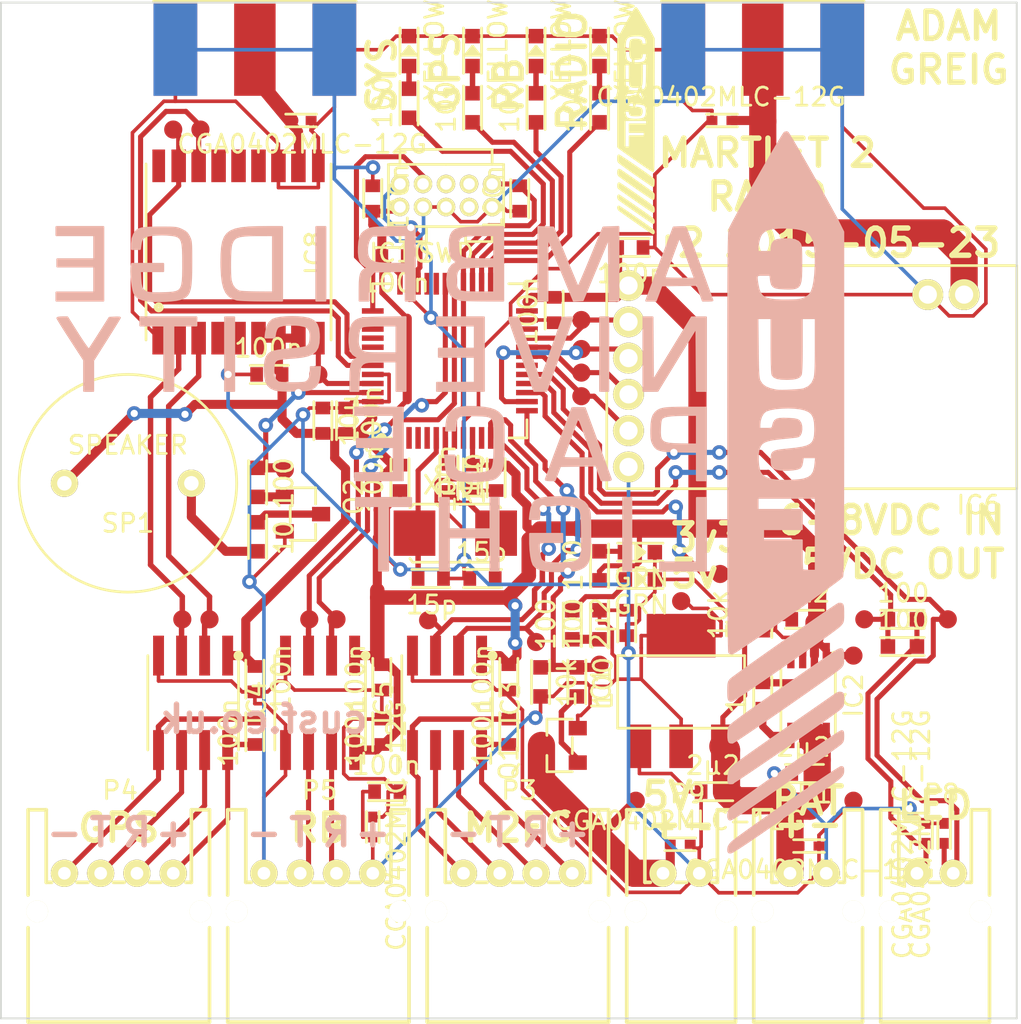
<source format=kicad_pcb>
(kicad_pcb (version 20171130) (host pcbnew "(5.1.12)-1")
  (title_block (title "Martlet 2 Radio Board") (date "Thu 21 May 2015") (rev 2) (company "Cambridge University Spaceflight") (comment 1 "Drawn By: Adam Greig"))
  (layers (0 F.Cu signal) (31 B.Cu signal) (34 B.Paste user hide) (35 F.Paste user hide) (36 B.SilkS user hide) (37 F.SilkS user hide) (38 B.Mask user hide) (39 F.Mask user hide) (44 Edge.Cuts user))
  (net 0 "")
  (net 1 "Net-(C1-Pad1)")
  (net 2 "Net-(C1-Pad2)")
  (net 3 "Net-(C2-Pad1)")
  (net 4 "Net-(C2-Pad2)")
  (net 5 GND)
  (net 6 +3V3)
  (net 7 +5V)
  (net 8 +BATT)
  (net 9 "Net-(C12-Pad2)")
  (net 10 BAT_MON)
  (net 11 nRST)
  (net 12 "Net-(C35-Pad1)")
  (net 13 "Net-(C36-Pad1)")
  (net 14 "Net-(D1-Pad1)")
  (net 15 "Net-(D2-Pad1)")
  (net 16 "Net-(D3-Pad1)")
  (net 17 "Net-(D4-Pad1)")
  (net 18 "Net-(D5-Pad1)")
  (net 19 "Net-(D6-Pad1)")
  (net 20 "Net-(D9-Pad1)")
  (net 21 "Net-(D10-Pad2)")
  (net 22 LED_C)
  (net 23 SER_IN)
  (net 24 SER_OUT)
  (net 25 "Net-(IC3-Pad6)")
  (net 26 "Net-(IC3-Pad7)")
  (net 27 GPS_RX)
  (net 28 GPS_TX)
  (net 29 "Net-(IC4-Pad6)")
  (net 30 "Net-(IC4-Pad7)")
  (net 31 RB_TX)
  (net 32 RB_RX)
  (net 33 "Net-(IC5-Pad6)")
  (net 34 "Net-(IC5-Pad7)")
  (net 35 NTX2B_EN)
  (net 36 NTX2B_TXD)
  (net 37 NTX2B_P1)
  (net 38 NTX2B_P0)
  (net 39 GPS_SDA)
  (net 40 GPS_SCL)
  (net 41 GPS_RESET)
  (net 42 "Net-(IC10-Pad6)")
  (net 43 LED_A)
  (net 44 LED_1)
  (net 45 LED_2)
  (net 46 LED_3)
  (net 47 LED_4)
  (net 48 5V_OUT)
  (net 49 SWDIO)
  (net 50 SWCLK)
  (net 51 BUZZER)
  (net 52 "Net-(Q2-Pad1)")
  (net 53 "Net-(Q2-Pad3)")
  (net 54 "Net-(R6-Pad1)")
  (net 55 "Net-(R7-Pad2)")
  (net 56 "Net-(D12-Pad1)")
  (net 57 "Net-(Q1-Pad1)")
  (net 58 "Net-(D13-Pad2)")
  (net 59 "Net-(IC8-Pad13)")
  (net 60 "Net-(IC8-Pad14)")
  (net 61 "Net-(IC8-Pad15)")
  (net 62 "Net-(IC8-Pad18)")
  (net 63 "Net-(IC8-Pad5)")
  (net 64 "Net-(IC8-Pad4)")
  (net 65 "Net-(IC10-Pad2)")
  (net 66 "Net-(IC10-Pad3)")
  (net 67 "Net-(IC10-Pad4)")
  (net 68 "Net-(IC10-Pad10)")
  (net 69 "Net-(IC10-Pad18)")
  (net 70 "Net-(IC10-Pad22)")
  (net 71 "Net-(IC10-Pad32)")
  (net 72 "Net-(IC10-Pad33)")
  (net 73 "Net-(IC10-Pad38)")
  (net 74 "Net-(IC10-Pad39)")
  (net 75 "Net-(IC10-Pad40)")
  (net 76 "Net-(IC10-Pad41)")
  (net 77 "Net-(P6-Pad6)")
  (net 78 "Net-(P6-Pad7)")
  (net 79 "Net-(P6-Pad8)")
  (module m2r:C0603 (layer F.Cu) (at 92 159.5 270)
    (fp_text reference C1 hide)
    (fp_text value 100n (at 0.75 1.45 270) (layer F.SilkS))
    (pad 1 smd rect (at 0 0 270) (size 0.7 0.8) (layers F.Cu F.Paste F.Mask) (net 1 "Net-(C1-Pad1)"))
    (pad 2 smd rect (at 1.4 0 270) (size 0.7 0.8) (layers F.Cu F.Paste F.Mask) (net 2 "Net-(C1-Pad2)"))
  )
  (module m2r:C0603 (layer F.Cu) (at 106 159.5 270)
    (fp_text reference C2 hide)
    (fp_text value 100n (at 0.75 1.45 270) (layer F.SilkS))
    (pad 1 smd rect (at 0 0 270) (size 0.7 0.8) (layers F.Cu F.Paste F.Mask) (net 3 "Net-(C2-Pad1)"))
    (pad 2 smd rect (at 1.4 0 270) (size 0.7 0.8) (layers F.Cu F.Paste F.Mask) (net 4 "Net-(C2-Pad2)"))
  )
  (module m2r:C0603 (layer F.Cu) (at 99 159.5 270)
    (fp_text reference C3 hide)
    (fp_text value 100n (at 0.75 1.45 270) (layer F.SilkS))
    (pad 1 smd rect (at 0 0 270) (size 0.7 0.8) (layers F.Cu F.Paste F.Mask) (net 5 GND))
    (pad 2 smd rect (at 1.4 0 270) (size 0.7 0.8) (layers F.Cu F.Paste F.Mask) (net 6 +3V3))
  )
  (module m2r:C0603 (layer F.Cu) (at 100 163.5 180)
    (fp_text reference C4 hide)
    (fp_text value 100n (at 0.75 1.45 180) (layer F.SilkS))
    (pad 1 smd rect (at 0 0 180) (size 0.7 0.8) (layers F.Cu F.Paste F.Mask) (net 5 GND))
    (pad 2 smd rect (at 1.4 0 180) (size 0.7 0.8) (layers F.Cu F.Paste F.Mask) (net 7 +5V))
  )
  (module m2r:C0603 (layer F.Cu) (at 92 158 90)
    (fp_text reference C5 hide)
    (fp_text value 100n (at 0.75 1.45 90) (layer F.SilkS))
    (pad 1 smd rect (at 0 0 90) (size 0.7 0.8) (layers F.Cu F.Paste F.Mask) (net 5 GND))
    (pad 2 smd rect (at 1.4 0 90) (size 0.7 0.8) (layers F.Cu F.Paste F.Mask) (net 6 +3V3))
  )
  (module m2r:C0603 (layer F.Cu) (at 106 156.5 270)
    (fp_text reference C6 hide)
    (fp_text value 100n (at 0.75 1.45 270) (layer F.SilkS))
    (pad 1 smd rect (at 0 0 270) (size 0.7 0.8) (layers F.Cu F.Paste F.Mask) (net 6 +3V3))
    (pad 2 smd rect (at 1.4 0 270) (size 0.7 0.8) (layers F.Cu F.Paste F.Mask) (net 5 GND))
  )
  (module m2r:C0603 (layer F.Cu) (at 123 162.5 180)
    (fp_text reference C7 hide)
    (fp_text value 2µ2 (at 0.75 1.45 180) (layer F.SilkS))
    (pad 1 smd rect (at 0 0 180) (size 0.7 0.8) (layers F.Cu F.Paste F.Mask) (net 8 +BATT))
    (pad 2 smd rect (at 1.4 0 180) (size 0.7 0.8) (layers F.Cu F.Paste F.Mask) (net 5 GND))
  )
  (module m2r:C0603 (layer F.Cu) (at 123 154 180)
    (fp_text reference C8 hide)
    (fp_text value 2µ2 (at 0.75 1.45 180) (layer F.SilkS))
    (pad 1 smd rect (at 0 0 180) (size 0.7 0.8) (layers F.Cu F.Paste F.Mask) (net 6 +3V3))
    (pad 2 smd rect (at 1.4 0 180) (size 0.7 0.8) (layers F.Cu F.Paste F.Mask) (net 5 GND))
  )
  (module m2r:C0603 (layer F.Cu) (at 118 163.5 180)
    (fp_text reference C9 hide)
    (fp_text value 2µ2 (at 0.75 1.45 180) (layer F.SilkS))
    (pad 1 smd rect (at 0 0 180) (size 0.7 0.8) (layers F.Cu F.Paste F.Mask) (net 8 +BATT))
    (pad 2 smd rect (at 1.4 0 180) (size 0.7 0.8) (layers F.Cu F.Paste F.Mask) (net 5 GND))
  )
  (module m2r:C0603 (layer F.Cu) (at 112.5 153.5 270)
    (fp_text reference C10 hide)
    (fp_text value 2µ2 (at 0.75 1.45 270) (layer F.SilkS))
    (pad 1 smd rect (at 0 0 270) (size 0.7 0.8) (layers F.Cu F.Paste F.Mask) (net 7 +5V))
    (pad 2 smd rect (at 1.4 0 270) (size 0.7 0.8) (layers F.Cu F.Paste F.Mask) (net 5 GND))
  )
  (module m2r:C0603 (layer F.Cu) (at 99 156.5 270)
    (fp_text reference C11 hide)
    (fp_text value 100n (at 0.75 1.45 270) (layer F.SilkS))
    (pad 1 smd rect (at 0 0 270) (size 0.7 0.8) (layers F.Cu F.Paste F.Mask) (net 6 +3V3))
    (pad 2 smd rect (at 1.4 0 270) (size 0.7 0.8) (layers F.Cu F.Paste F.Mask) (net 5 GND))
  )
  (module m2r:C0603 (layer F.Cu) (at 120 157.5 270)
    (fp_text reference C12 hide)
    (fp_text value 1n (at 0.75 1.45 270) (layer F.SilkS))
    (pad 1 smd rect (at 0 0 270) (size 0.7 0.8) (layers F.Cu F.Paste F.Mask) (net 6 +3V3))
    (pad 2 smd rect (at 1.4 0 270) (size 0.7 0.8) (layers F.Cu F.Paste F.Mask) (net 9 "Net-(C12-Pad2)"))
  )
  (module m2r:C0603 (layer F.Cu) (at 119 151.5)
    (fp_text reference C13 hide)
    (fp_text value 2µ2 (at 0.75 1.45) (layer F.SilkS))
    (pad 1 smd rect (at 0 0) (size 0.7 0.8) (layers F.Cu F.Paste F.Mask) (net 10 BAT_MON))
    (pad 2 smd rect (at 1.4 0) (size 0.7 0.8) (layers F.Cu F.Paste F.Mask) (net 5 GND))
  )
  (module m2r:C0603 (layer F.Cu) (at 98.5 131.5 90)
    (fp_text reference C14 hide)
    (fp_text value 100n (at 0.75 1.45 90) (layer F.SilkS))
    (pad 1 smd rect (at 0 0 90) (size 0.7 0.8) (layers F.Cu F.Paste F.Mask) (net 6 +3V3))
    (pad 2 smd rect (at 1.4 0 90) (size 0.7 0.8) (layers F.Cu F.Paste F.Mask) (net 5 GND))
  )
  (module m2r:C0603 (layer F.Cu) (at 112 133.5)
    (fp_text reference C15 hide)
    (fp_text value 100n (at 0.75 1.45) (layer F.SilkS))
    (pad 1 smd rect (at 0 0) (size 0.7 0.8) (layers F.Cu F.Paste F.Mask) (net 6 +3V3))
    (pad 2 smd rect (at 1.4 0) (size 0.7 0.8) (layers F.Cu F.Paste F.Mask) (net 5 GND))
  )
  (module m2r:C0603 (layer F.Cu) (at 95.75 143.75 90)
    (fp_text reference C23 hide)
    (fp_text value 10µ (at 0.75 1.45 90) (layer F.SilkS))
    (pad 1 smd rect (at 0 0 90) (size 0.7 0.8) (layers F.Cu F.Paste F.Mask) (net 6 +3V3))
    (pad 2 smd rect (at 1.4 0 90) (size 0.7 0.8) (layers F.Cu F.Paste F.Mask) (net 5 GND))
  )
  (module m2r:C0603 (layer F.Cu) (at 99 134)
    (fp_text reference C24 hide)
    (fp_text value 100n (at 0.75 1.45) (layer F.SilkS))
    (pad 1 smd rect (at 0 0) (size 0.7 0.8) (layers F.Cu F.Paste F.Mask) (net 6 +3V3))
    (pad 2 smd rect (at 1.4 0) (size 0.7 0.8) (layers F.Cu F.Paste F.Mask) (net 5 GND))
  )
  (module m2r:C0603 (layer F.Cu) (at 100 145.5 270)
    (fp_text reference C25 hide)
    (fp_text value 100n (at 0.75 1.45 270) (layer F.SilkS))
    (pad 1 smd rect (at 0 0 270) (size 0.7 0.8) (layers F.Cu F.Paste F.Mask) (net 6 +3V3))
    (pad 2 smd rect (at 1.4 0 270) (size 0.7 0.8) (layers F.Cu F.Paste F.Mask) (net 5 GND))
  )
  (module m2r:C0603 (layer F.Cu) (at 108.5 136.25 270)
    (fp_text reference C26 hide)
    (fp_text value 100n (at 0.75 1.45 270) (layer F.SilkS))
    (pad 1 smd rect (at 0 0 270) (size 0.7 0.8) (layers F.Cu F.Paste F.Mask) (net 6 +3V3))
    (pad 2 smd rect (at 1.4 0 270) (size 0.7 0.8) (layers F.Cu F.Paste F.Mask) (net 5 GND))
  )
  (module m2r:C0603 (layer F.Cu) (at 97 143.75 90)
    (fp_text reference C27 hide)
    (fp_text value 100n (at 0.75 1.45 90) (layer F.SilkS))
    (pad 1 smd rect (at 0 0 90) (size 0.7 0.8) (layers F.Cu F.Paste F.Mask) (net 6 +3V3))
    (pad 2 smd rect (at 1.4 0 90) (size 0.7 0.8) (layers F.Cu F.Paste F.Mask) (net 5 GND))
  )
  (module m2r:C0603 (layer F.Cu) (at 105.3 145.5 270)
    (fp_text reference C28 hide)
    (fp_text value 1µ (at 0.75 1.45 270) (layer F.SilkS))
    (pad 1 smd rect (at 0 0 270) (size 0.7 0.8) (layers F.Cu F.Paste F.Mask) (net 6 +3V3))
    (pad 2 smd rect (at 1.4 0 270) (size 0.7 0.8) (layers F.Cu F.Paste F.Mask) (net 5 GND))
  )
  (module m2r:C0603 (layer F.Cu) (at 104 145.5 270)
    (fp_text reference C29 hide)
    (fp_text value 100n (at 0.75 1.45 270) (layer F.SilkS))
    (pad 1 smd rect (at 0 0 270) (size 0.7 0.8) (layers F.Cu F.Paste F.Mask) (net 6 +3V3))
    (pad 2 smd rect (at 1.4 0 270) (size 0.7 0.8) (layers F.Cu F.Paste F.Mask) (net 5 GND))
  )
  (module m2r:C0603 (layer F.Cu) (at 93.5 140.5 180)
    (fp_text reference C30 hide)
    (fp_text value 100n (at 0.75 1.45 180) (layer F.SilkS))
    (pad 1 smd rect (at 0 0 180) (size 0.7 0.8) (layers F.Cu F.Paste F.Mask) (net 6 +3V3))
    (pad 2 smd rect (at 1.4 0 180) (size 0.7 0.8) (layers F.Cu F.Paste F.Mask) (net 5 GND))
  )
  (module m2r:C0603 (layer F.Cu) (at 106.6 130.1 270)
    (fp_text reference C34 hide)
    (fp_text value 100n (at 0.75 1.45 270) (layer F.SilkS))
    (pad 1 smd rect (at 0 0 270) (size 0.7 0.8) (layers F.Cu F.Paste F.Mask) (net 11 nRST))
    (pad 2 smd rect (at 1.4 0 270) (size 0.7 0.8) (layers F.Cu F.Paste F.Mask) (net 5 GND))
  )
  (module m2r:C0603 (layer F.Cu) (at 101 151.75)
    (fp_text reference C35 hide)
    (fp_text value 15p (at 0.75 1.45) (layer F.SilkS))
    (pad 1 smd rect (at 0 0) (size 0.7 0.8) (layers F.Cu F.Paste F.Mask) (net 12 "Net-(C35-Pad1)"))
    (pad 2 smd rect (at 1.4 0) (size 0.7 0.8) (layers F.Cu F.Paste F.Mask) (net 5 GND))
  )
  (module m2r:C0603 (layer F.Cu) (at 105.25 151.75 180)
    (fp_text reference C36 hide)
    (fp_text value 15p (at 0.75 1.45 180) (layer F.SilkS))
    (pad 1 smd rect (at 0 0 180) (size 0.7 0.8) (layers F.Cu F.Paste F.Mask) (net 13 "Net-(C36-Pad1)"))
    (pad 2 smd rect (at 1.4 0 180) (size 0.7 0.8) (layers F.Cu F.Paste F.Mask) (net 5 GND))
  )
  (module m2r:LED0603 (layer F.Cu) (at 112.4 150.3)
    (fp_text reference D1 hide)
    (fp_text value GRN (at 0.9 1.4) (layer F.SilkS))
    (pad 1 smd rect (at 0 0) (size 0.8 0.8) (layers F.Cu F.Paste F.Mask) (net 14 "Net-(D1-Pad1)"))
    (pad 2 smd rect (at 1.65 0) (size 0.8 0.8) (layers F.Cu F.Paste F.Mask) (net 5 GND))
  )
  (module m2r:LED0603 (layer F.Cu) (at 112.4 151.8)
    (fp_text reference D2 hide)
    (fp_text value GRN (at 0.9 1.4) (layer F.SilkS))
    (pad 1 smd rect (at 0 0) (size 0.8 0.8) (layers F.Cu F.Paste F.Mask) (net 15 "Net-(D2-Pad1)"))
    (pad 2 smd rect (at 1.65 0) (size 0.8 0.8) (layers F.Cu F.Paste F.Mask) (net 5 GND))
  )
  (module m2r:LED0603 (layer F.Cu) (at 111 123.5 90)
    (fp_text reference D3 hide)
    (fp_text value YELLOW (at 0.9 1.4 90) (layer F.SilkS))
    (pad 1 smd rect (at 0 0 90) (size 0.8 0.8) (layers F.Cu F.Paste F.Mask) (net 16 "Net-(D3-Pad1)"))
    (pad 2 smd rect (at 1.65 0 90) (size 0.8 0.8) (layers F.Cu F.Paste F.Mask) (net 5 GND))
  )
  (module m2r:LED0603 (layer F.Cu) (at 104 123.5 90)
    (fp_text reference D4 hide)
    (fp_text value YELLOW (at 0.9 1.4 90) (layer F.SilkS))
    (pad 1 smd rect (at 0 0 90) (size 0.8 0.8) (layers F.Cu F.Paste F.Mask) (net 17 "Net-(D4-Pad1)"))
    (pad 2 smd rect (at 1.65 0 90) (size 0.8 0.8) (layers F.Cu F.Paste F.Mask) (net 5 GND))
  )
  (module m2r:LED0603 (layer F.Cu) (at 107.5 123.5 90)
    (fp_text reference D5 hide)
    (fp_text value YELLOW (at 0.9 1.4 90) (layer F.SilkS))
    (pad 1 smd rect (at 0 0 90) (size 0.8 0.8) (layers F.Cu F.Paste F.Mask) (net 18 "Net-(D5-Pad1)"))
    (pad 2 smd rect (at 1.65 0 90) (size 0.8 0.8) (layers F.Cu F.Paste F.Mask) (net 5 GND))
  )
  (module m2r:LED0603 (layer F.Cu) (at 100.5 123.5 90)
    (fp_text reference D6 hide)
    (fp_text value YELLOW (at 0.9 1.4 90) (layer F.SilkS))
    (pad 1 smd rect (at 0 0 90) (size 0.8 0.8) (layers F.Cu F.Paste F.Mask) (net 19 "Net-(D6-Pad1)"))
    (pad 2 smd rect (at 1.65 0 90) (size 0.8 0.8) (layers F.Cu F.Paste F.Mask) (net 5 GND))
  )
  (module m2r:R0402 (layer F.Cu) (at 98.5 166 90)
    (fp_text reference D7 hide)
    (fp_text value CGA0402MLC-12G (at 0.6 1.3 90) (layer F.SilkS))
    (pad 1 smd rect (at 0 0 90) (size 0.6 0.5) (layers F.Cu F.Paste F.Mask) (net 7 +5V))
    (pad 2 smd rect (at 1.1 0 90) (size 0.6 0.5) (layers F.Cu F.Paste F.Mask) (net 5 GND))
  )
  (module m2r:R0402 (layer F.Cu) (at 122 166.5)
    (fp_text reference D8 hide)
    (fp_text value CGA0402MLC-12G (at 0.6 1.3) (layer F.SilkS))
    (pad 1 smd rect (at 0 0) (size 0.6 0.5) (layers F.Cu F.Paste F.Mask) (net 8 +BATT))
    (pad 2 smd rect (at 1.1 0) (size 0.6 0.5) (layers F.Cu F.Paste F.Mask) (net 5 GND))
  )
  (module m2r:R0402 (layer F.Cu) (at 118.3 126.5 180)
    (fp_text reference D9 hide)
    (fp_text value CGA0402MLC-12G (at 0.6 1.3 180) (layer F.SilkS))
    (pad 1 smd rect (at 0 0 180) (size 0.6 0.5) (layers F.Cu F.Paste F.Mask) (net 20 "Net-(D9-Pad1)"))
    (pad 2 smd rect (at 1.1 0 180) (size 0.6 0.5) (layers F.Cu F.Paste F.Mask) (net 5 GND))
  )
  (module m2r:R0402 (layer F.Cu) (at 129 165.25 270)
    (fp_text reference D10 hide)
    (fp_text value CGA0402MLC-12G (at 0.6 1.3 270) (layer F.SilkS))
    (pad 1 smd rect (at 0 0 270) (size 0.6 0.5) (layers F.Cu F.Paste F.Mask) (net 5 GND))
    (pad 2 smd rect (at 1.1 0 270) (size 0.6 0.5) (layers F.Cu F.Paste F.Mask) (net 21 "Net-(D10-Pad2)"))
  )
  (module m2r:R0402 (layer F.Cu) (at 130 165.25 270)
    (fp_text reference D11 hide)
    (fp_text value CGA0402MLC-12G (at 0.6 1.3 270) (layer F.SilkS))
    (pad 1 smd rect (at 0 0 270) (size 0.6 0.5) (layers F.Cu F.Paste F.Mask) (net 5 GND))
    (pad 2 smd rect (at 1.1 0 270) (size 0.6 0.5) (layers F.Cu F.Paste F.Mask) (net 22 LED_C))
  )
  (module m2r:SOT223 (layer F.Cu) (at 115.5 161)
    (fp_text reference IC1 (at -4.4 -3.2 90) (layer F.SilkS))
    (fp_text value ADP3338 hide)
    (pad 2 smd rect (at 0 0) (size 1.3 2.4) (layers F.Cu F.Paste F.Mask) (net 7 +5V))
    (pad 1 smd rect (at -2.3 0) (size 1.3 2.4) (layers F.Cu F.Paste F.Mask) (net 5 GND))
    (pad 3 smd rect (at 2.3 0) (size 1.3 2.4) (layers F.Cu F.Paste F.Mask) (net 8 +BATT))
    (pad 2 smd rect (at 0 -6.1) (size 3.8 2.4) (layers F.Cu F.Paste F.Mask) (net 7 +5V))
  )
  (module m2r:MSOP8 (layer F.Cu) (at 123.5 156 270)
    (fp_text reference IC2 (at 2.2 -1.5 270) (layer F.SilkS))
    (fp_text value ADP3335 hide)
    (pad 1 smd rect (at 0 0 270) (size 1.4 0.4) (layers F.Cu F.Paste F.Mask) (net 6 +3V3))
    (pad 2 smd rect (at 0 0.65 270) (size 1.4 0.4) (layers F.Cu F.Paste F.Mask) (net 6 +3V3))
    (pad 3 smd rect (at 0 1.3 270) (size 1.4 0.4) (layers F.Cu F.Paste F.Mask) (net 6 +3V3))
    (pad 4 smd rect (at 0 1.95 270) (size 1.4 0.4) (layers F.Cu F.Paste F.Mask) (net 5 GND))
    (pad 5 smd rect (at 4.4 1.95 270) (size 1.4 0.4) (layers F.Cu F.Paste F.Mask) (net 9 "Net-(C12-Pad2)"))
    (pad 6 smd rect (at 4.4 1.3 270) (size 1.4 0.4) (layers F.Cu F.Paste F.Mask) (net 8 +BATT))
    (pad 7 smd rect (at 4.4 0.65 270) (size 1.4 0.4) (layers F.Cu F.Paste F.Mask) (net 8 +BATT))
    (pad 8 smd rect (at 4.4 0 270) (size 1.4 0.4) (layers F.Cu F.Paste F.Mask) (net 8 +BATT))
  )
  (module m2r:SOIC8 (layer F.Cu) (at 104.5 156 270)
    (fp_text reference IC3 (at 2.6 -1.6 270) (layer F.SilkS))
    (fp_text value ADuM1201 hide)
    (pad 1 smd rect (at 0 0 270) (size 2.2 0.6) (layers F.Cu F.Paste F.Mask) (net 6 +3V3))
    (pad 2 smd rect (at 0 1.27 270) (size 2.2 0.6) (layers F.Cu F.Paste F.Mask) (net 23 SER_IN))
    (pad 3 smd rect (at 0 2.54 270) (size 2.2 0.6) (layers F.Cu F.Paste F.Mask) (net 24 SER_OUT))
    (pad 4 smd rect (at 0 3.81 270) (size 2.2 0.6) (layers F.Cu F.Paste F.Mask) (net 5 GND))
    (pad 5 smd rect (at 5.207 3.81 270) (size 2.2 0.6) (layers F.Cu F.Paste F.Mask) (net 3 "Net-(C2-Pad1)"))
    (pad 6 smd rect (at 5.207 2.54 270) (size 2.2 0.6) (layers F.Cu F.Paste F.Mask) (net 25 "Net-(IC3-Pad6)"))
    (pad 7 smd rect (at 5.207 1.27 270) (size 2.2 0.6) (layers F.Cu F.Paste F.Mask) (net 26 "Net-(IC3-Pad7)"))
    (pad 8 smd rect (at 5.207 0 270) (size 2.2 0.6) (layers F.Cu F.Paste F.Mask) (net 4 "Net-(C2-Pad2)"))
  )
  (module m2r:SOIC8 (layer F.Cu) (at 90.5 156 270)
    (fp_text reference IC4 (at 2.6 -1.6 270) (layer F.SilkS))
    (fp_text value ADuM1201 hide)
    (pad 1 smd rect (at 0 0 270) (size 2.2 0.6) (layers F.Cu F.Paste F.Mask) (net 6 +3V3))
    (pad 2 smd rect (at 0 1.27 270) (size 2.2 0.6) (layers F.Cu F.Paste F.Mask) (net 27 GPS_RX))
    (pad 3 smd rect (at 0 2.54 270) (size 2.2 0.6) (layers F.Cu F.Paste F.Mask) (net 28 GPS_TX))
    (pad 4 smd rect (at 0 3.81 270) (size 2.2 0.6) (layers F.Cu F.Paste F.Mask) (net 5 GND))
    (pad 5 smd rect (at 5.207 3.81 270) (size 2.2 0.6) (layers F.Cu F.Paste F.Mask) (net 1 "Net-(C1-Pad1)"))
    (pad 6 smd rect (at 5.207 2.54 270) (size 2.2 0.6) (layers F.Cu F.Paste F.Mask) (net 29 "Net-(IC4-Pad6)"))
    (pad 7 smd rect (at 5.207 1.27 270) (size 2.2 0.6) (layers F.Cu F.Paste F.Mask) (net 30 "Net-(IC4-Pad7)"))
    (pad 8 smd rect (at 5.207 0 270) (size 2.2 0.6) (layers F.Cu F.Paste F.Mask) (net 2 "Net-(C1-Pad2)"))
  )
  (module m2r:SOIC8 (layer F.Cu) (at 97.5 156 270)
    (fp_text reference IC5 (at 2.6 -1.6 270) (layer F.SilkS))
    (fp_text value ADuM1201 hide)
    (pad 1 smd rect (at 0 0 270) (size 2.2 0.6) (layers F.Cu F.Paste F.Mask) (net 6 +3V3))
    (pad 2 smd rect (at 0 1.27 270) (size 2.2 0.6) (layers F.Cu F.Paste F.Mask) (net 31 RB_TX))
    (pad 3 smd rect (at 0 2.54 270) (size 2.2 0.6) (layers F.Cu F.Paste F.Mask) (net 32 RB_RX))
    (pad 4 smd rect (at 0 3.81 270) (size 2.2 0.6) (layers F.Cu F.Paste F.Mask) (net 5 GND))
    (pad 5 smd rect (at 5.207 3.81 270) (size 2.2 0.6) (layers F.Cu F.Paste F.Mask) (net 5 GND))
    (pad 6 smd rect (at 5.207 2.54 270) (size 2.2 0.6) (layers F.Cu F.Paste F.Mask) (net 33 "Net-(IC5-Pad6)"))
    (pad 7 smd rect (at 5.207 1.27 270) (size 2.2 0.6) (layers F.Cu F.Paste F.Mask) (net 34 "Net-(IC5-Pad7)"))
    (pad 8 smd rect (at 5.207 0 270) (size 2.2 0.6) (layers F.Cu F.Paste F.Mask) (net 6 +3V3))
  )
  (module m2r:MTX2 (layer F.Cu) (at 134 134.5 180)
    (fp_text reference IC6 (at 2.1 -13.2 180) (layer F.SilkS))
    (fp_text value MTX2 hide)
    (pad 1 thru_hole circle (at 2.9 -1.6 180) (size 1.7 1.7) (drill 1) (layers *.Cu *.Mask F.SilkS) (net 20 "Net-(D9-Pad1)"))
    (pad 2 thru_hole circle (at 4.9 -1.6 180) (size 1.7 1.7) (drill 1) (layers *.Cu *.Mask F.SilkS) (net 5 GND))
    (pad 3 thru_hole circle (at 21.4 -1.1 180) (size 1.7 1.7) (drill 1) (layers *.Cu *.Mask F.SilkS) (net 6 +3V3))
    (pad 4 thru_hole circle (at 21.4 -3.1 180) (size 1.7 1.7) (drill 1) (layers *.Cu *.Mask F.SilkS) (net 35 NTX2B_EN))
    (pad 5 thru_hole circle (at 21.4 -5.1 180) (size 1.7 1.7) (drill 1) (layers *.Cu *.Mask F.SilkS) (net 36 NTX2B_TXD))
    (pad 6 thru_hole circle (at 21.4 -7.1 180) (size 1.7 1.7) (drill 1) (layers *.Cu *.Mask F.SilkS) (net 37 NTX2B_P1))
    (pad 7 thru_hole circle (at 21.4 -9.1 180) (size 1.7 1.7) (drill 1) (layers *.Cu *.Mask F.SilkS) (net 38 NTX2B_P0))
    (pad 8 thru_hole circle (at 21.4 -11.1 180) (size 1.7 1.7) (drill 1) (layers *.Cu *.Mask F.SilkS) (net 5 GND))
  )
  (module m2r:MAX-7Q (layer F.Cu) (at 95.5 129 270)
    (fp_text reference IC8 (at 4.8 0.2 270) (layer F.SilkS))
    (fp_text value MAX-7Q hide)
    (pad 10 smd rect (at 0 0 270) (size 1.8 0.7) (layers F.Cu F.Paste F.Mask) (net 5 GND))
    (pad 11 smd rect (at 0 1.1 270) (size 1.8 0.8) (layers F.Cu F.Paste F.Mask) (net 56 "Net-(D12-Pad1)"))
    (pad 12 smd rect (at 0 2.2 270) (size 1.8 0.8) (layers F.Cu F.Paste F.Mask) (net 5 GND))
    (pad 13 smd rect (at 0 3.3 270) (size 1.8 0.8) (layers F.Cu F.Paste F.Mask) (net 59 "Net-(IC8-Pad13)"))
    (pad 14 smd rect (at 0 4.4 270) (size 1.8 0.8) (layers F.Cu F.Paste F.Mask) (net 60 "Net-(IC8-Pad14)"))
    (pad 15 smd rect (at 0 5.5 270) (size 1.8 0.8) (layers F.Cu F.Paste F.Mask) (net 61 "Net-(IC8-Pad15)"))
    (pad 16 smd rect (at 0 6.6 270) (size 1.8 0.8) (layers F.Cu F.Paste F.Mask) (net 39 GPS_SDA))
    (pad 17 smd rect (at 0 7.7 270) (size 1.8 0.8) (layers F.Cu F.Paste F.Mask) (net 40 GPS_SCL))
    (pad 18 smd rect (at 0 8.8 270) (size 1.8 0.7) (layers F.Cu F.Paste F.Mask) (net 62 "Net-(IC8-Pad18)"))
    (pad 9 smd rect (at 9.5 0 270) (size 1.8 0.7) (layers F.Cu F.Paste F.Mask) (net 41 GPS_RESET))
    (pad 1 smd rect (at 9.5 8.8 270) (size 1.8 0.7) (layers F.Cu F.Paste F.Mask) (net 5 GND))
    (pad 8 smd rect (at 9.5 1.1 270) (size 1.8 0.8) (layers F.Cu F.Paste F.Mask) (net 6 +3V3))
    (pad 7 smd rect (at 9.5 2.2 270) (size 1.8 0.8) (layers F.Cu F.Paste F.Mask) (net 6 +3V3))
    (pad 6 smd rect (at 9.5 3.3 270) (size 1.8 0.8) (layers F.Cu F.Paste F.Mask) (net 6 +3V3))
    (pad 5 smd rect (at 9.5 4.4 270) (size 1.8 0.8) (layers F.Cu F.Paste F.Mask) (net 63 "Net-(IC8-Pad5)"))
    (pad 4 smd rect (at 9.5 5.5 270) (size 1.8 0.8) (layers F.Cu F.Paste F.Mask) (net 64 "Net-(IC8-Pad4)"))
    (pad 3 smd rect (at 9.5 6.6 270) (size 1.8 0.8) (layers F.Cu F.Paste F.Mask) (net 27 GPS_RX))
    (pad 2 smd rect (at 9.5 7.7 270) (size 1.8 0.8) (layers F.Cu F.Paste F.Mask) (net 28 GPS_TX))
  )
  (module m2r:LQFP48 (layer F.Cu) (at 100 144)
    (fp_text reference IC10 (at 0 -10.2) (layer F.SilkS))
    (fp_text value STM32F303C hide)
    (pad 1 smd rect (at 0 0) (size 0.3 1.2) (layers F.Cu F.Paste F.Mask) (net 6 +3V3))
    (pad 2 smd rect (at 0.5 0) (size 0.3 1.2) (layers F.Cu F.Paste F.Mask) (net 65 "Net-(IC10-Pad2)"))
    (pad 3 smd rect (at 1 0) (size 0.3 1.2) (layers F.Cu F.Paste F.Mask) (net 66 "Net-(IC10-Pad3)"))
    (pad 4 smd rect (at 1.5 0) (size 0.3 1.2) (layers F.Cu F.Paste F.Mask) (net 67 "Net-(IC10-Pad4)"))
    (pad 5 smd rect (at 2 0) (size 0.3 1.2) (layers F.Cu F.Paste F.Mask) (net 12 "Net-(C35-Pad1)"))
    (pad 6 smd rect (at 2.5 0) (size 0.3 1.2) (layers F.Cu F.Paste F.Mask) (net 42 "Net-(IC10-Pad6)"))
    (pad 7 smd rect (at 3 0) (size 0.3 1.2) (layers F.Cu F.Paste F.Mask) (net 11 nRST))
    (pad 8 smd rect (at 3.5 0) (size 0.3 1.2) (layers F.Cu F.Paste F.Mask) (net 5 GND))
    (pad 9 smd rect (at 4 0) (size 0.3 1.2) (layers F.Cu F.Paste F.Mask) (net 6 +3V3))
    (pad 10 smd rect (at 4.5 0) (size 0.3 1.2) (layers F.Cu F.Paste F.Mask) (net 68 "Net-(IC10-Pad10)"))
    (pad 11 smd rect (at 5 0) (size 0.3 1.2) (layers F.Cu F.Paste F.Mask) (net 48 5V_OUT))
    (pad 12 smd rect (at 5.5 0) (size 0.3 1.2) (layers F.Cu F.Paste F.Mask) (net 24 SER_OUT))
    (pad 13 smd rect (at 7 -1.5) (size 1.2 0.3) (layers F.Cu F.Paste F.Mask) (net 23 SER_IN))
    (pad 14 smd rect (at 7 -2) (size 1.2 0.3) (layers F.Cu F.Paste F.Mask) (net 36 NTX2B_TXD))
    (pad 15 smd rect (at 7 -2.5) (size 1.2 0.3) (layers F.Cu F.Paste F.Mask) (net 10 BAT_MON))
    (pad 16 smd rect (at 7 -3) (size 1.2 0.3) (layers F.Cu F.Paste F.Mask) (net 43 LED_A))
    (pad 17 smd rect (at 7 -3.5) (size 1.2 0.3) (layers F.Cu F.Paste F.Mask) (net 22 LED_C))
    (pad 18 smd rect (at 7 -4) (size 1.2 0.3) (layers F.Cu F.Paste F.Mask) (net 69 "Net-(IC10-Pad18)"))
    (pad 19 smd rect (at 7 -4.5) (size 1.2 0.3) (layers F.Cu F.Paste F.Mask) (net 38 NTX2B_P0))
    (pad 20 smd rect (at 7 -5) (size 1.2 0.3) (layers F.Cu F.Paste F.Mask) (net 37 NTX2B_P1))
    (pad 21 smd rect (at 7 -5.5) (size 1.2 0.3) (layers F.Cu F.Paste F.Mask) (net 35 NTX2B_EN))
    (pad 22 smd rect (at 7 -6) (size 1.2 0.3) (layers F.Cu F.Paste F.Mask) (net 70 "Net-(IC10-Pad22)"))
    (pad 23 smd rect (at 7 -6.5) (size 1.2 0.3) (layers F.Cu F.Paste F.Mask) (net 5 GND))
    (pad 24 smd rect (at 7 -7) (size 1.2 0.3) (layers F.Cu F.Paste F.Mask) (net 6 +3V3))
    (pad 25 smd rect (at 5.5 -8.5) (size 0.3 1.2) (layers F.Cu F.Paste F.Mask) (net 44 LED_1))
    (pad 26 smd rect (at 5 -8.5) (size 0.3 1.2) (layers F.Cu F.Paste F.Mask) (net 45 LED_2))
    (pad 27 smd rect (at 4.5 -8.5) (size 0.3 1.2) (layers F.Cu F.Paste F.Mask) (net 46 LED_3))
    (pad 28 smd rect (at 4 -8.5) (size 0.3 1.2) (layers F.Cu F.Paste F.Mask) (net 47 LED_4))
    (pad 29 smd rect (at 3.5 -8.5) (size 0.3 1.2) (layers F.Cu F.Paste F.Mask) (net 11 nRST))
    (pad 30 smd rect (at 3 -8.5) (size 0.3 1.2) (layers F.Cu F.Paste F.Mask) (net 32 RB_RX))
    (pad 31 smd rect (at 2.5 -8.5) (size 0.3 1.2) (layers F.Cu F.Paste F.Mask) (net 31 RB_TX))
    (pad 32 smd rect (at 2 -8.5) (size 0.3 1.2) (layers F.Cu F.Paste F.Mask) (net 71 "Net-(IC10-Pad32)"))
    (pad 33 smd rect (at 1.5 -8.5) (size 0.3 1.2) (layers F.Cu F.Paste F.Mask) (net 72 "Net-(IC10-Pad33)"))
    (pad 34 smd rect (at 1 -8.5) (size 0.3 1.2) (layers F.Cu F.Paste F.Mask) (net 49 SWDIO))
    (pad 35 smd rect (at 0.5 -8.5) (size 0.3 1.2) (layers F.Cu F.Paste F.Mask) (net 5 GND))
    (pad 36 smd rect (at 0 -8.5) (size 0.3 1.2) (layers F.Cu F.Paste F.Mask) (net 6 +3V3))
    (pad 37 smd rect (at -1.5 -7) (size 1.2 0.3) (layers F.Cu F.Paste F.Mask) (net 50 SWCLK))
    (pad 38 smd rect (at -1.5 -6.5) (size 1.2 0.3) (layers F.Cu F.Paste F.Mask) (net 73 "Net-(IC10-Pad38)"))
    (pad 39 smd rect (at -1.5 -6) (size 1.2 0.3) (layers F.Cu F.Paste F.Mask) (net 74 "Net-(IC10-Pad39)"))
    (pad 40 smd rect (at -1.5 -5.5) (size 1.2 0.3) (layers F.Cu F.Paste F.Mask) (net 75 "Net-(IC10-Pad40)"))
    (pad 41 smd rect (at -1.5 -5) (size 1.2 0.3) (layers F.Cu F.Paste F.Mask) (net 76 "Net-(IC10-Pad41)"))
    (pad 42 smd rect (at -1.5 -4.5) (size 1.2 0.3) (layers F.Cu F.Paste F.Mask) (net 40 GPS_SCL))
    (pad 43 smd rect (at -1.5 -4) (size 1.2 0.3) (layers F.Cu F.Paste F.Mask) (net 39 GPS_SDA))
    (pad 44 smd rect (at -1.5 -3.5) (size 1.2 0.3) (layers F.Cu F.Paste F.Mask) (net 5 GND))
    (pad 45 smd rect (at -1.5 -3) (size 1.2 0.3) (layers F.Cu F.Paste F.Mask) (net 41 GPS_RESET))
    (pad 46 smd rect (at -1.5 -2.5) (size 1.2 0.3) (layers F.Cu F.Paste F.Mask) (net 51 BUZZER))
    (pad 47 smd rect (at -1.5 -2) (size 1.2 0.3) (layers F.Cu F.Paste F.Mask) (net 5 GND))
    (pad 48 smd rect (at -1.5 -1.5) (size 1.2 0.3) (layers F.Cu F.Paste F.Mask) (net 6 +3V3))
  )
  (module m2r:FTSH-105-01-F-D-K (layer F.Cu) (at 100 130)
    (fp_text reference P6 hide)
    (fp_text value SWD (at 2.54 3.81) (layer F.SilkS))
    (pad 1 thru_hole circle (at 0 1.27) (size 1.016 1.016) (drill 0.635) (layers *.Cu *.Mask F.SilkS) (net 6 +3V3))
    (pad 2 thru_hole circle (at 0 0) (size 1.016 1.016) (drill 0.635) (layers *.Cu *.Mask F.SilkS) (net 49 SWDIO))
    (pad 3 thru_hole circle (at 1.27 1.27) (size 1.016 1.016) (drill 0.635) (layers *.Cu *.Mask F.SilkS) (net 5 GND))
    (pad 4 thru_hole circle (at 1.27 0) (size 1.016 1.016) (drill 0.635) (layers *.Cu *.Mask F.SilkS) (net 50 SWCLK))
    (pad 5 thru_hole circle (at 2.54 1.27) (size 1.016 1.016) (drill 0.635) (layers *.Cu *.Mask F.SilkS) (net 5 GND))
    (pad 6 thru_hole circle (at 2.54 0) (size 1.016 1.016) (drill 0.635) (layers *.Cu *.Mask F.SilkS) (net 77 "Net-(P6-Pad6)"))
    (pad 7 thru_hole circle (at 3.81 1.27) (size 1.016 1.016) (drill 0.635) (layers *.Cu *.Mask F.SilkS) (net 78 "Net-(P6-Pad7)"))
    (pad 8 thru_hole circle (at 3.81 0) (size 1.016 1.016) (drill 0.635) (layers *.Cu *.Mask F.SilkS) (net 79 "Net-(P6-Pad8)"))
    (pad 9 thru_hole circle (at 5.08 1.27) (size 1.016 1.016) (drill 0.635) (layers *.Cu *.Mask F.SilkS) (net 5 GND))
    (pad 10 thru_hole circle (at 5.08 0) (size 1.016 1.016) (drill 0.635) (layers *.Cu *.Mask F.SilkS) (net 11 nRST))
  )
  (module m2r:SOT-23 (layer F.Cu) (at 109.8 161.9 90)
    (fp_text reference Q1 (at 0 -3.8 90) (layer F.SilkS))
    (fp_text value Q_PMOS_GSD_PSV hide)
    (pad 1 smd rect (at 0 0 90) (size 0.8 1) (layers F.Cu F.Paste F.Mask) (net 57 "Net-(Q1-Pad1)"))
    (pad 2 smd rect (at 1.9 0 90) (size 0.8 1) (layers F.Cu F.Paste F.Mask) (net 7 +5V))
    (pad 3 smd rect (at 0.95 -2 90) (size 0.8 1) (layers F.Cu F.Paste F.Mask) (net 58 "Net-(D13-Pad2)"))
  )
  (module m2r:SOT-23 (layer F.Cu) (at 93.65 147.25 270)
    (fp_text reference Q2 (at 0 -3.8 270) (layer F.SilkS))
    (fp_text value Q_NMOS_GSD_PSV hide)
    (pad 1 smd rect (at 0 0 270) (size 0.8 1) (layers F.Cu F.Paste F.Mask) (net 52 "Net-(Q2-Pad1)"))
    (pad 2 smd rect (at 1.9 0 270) (size 0.8 1) (layers F.Cu F.Paste F.Mask) (net 5 GND))
    (pad 3 smd rect (at 0.95 -2 270) (size 0.8 1) (layers F.Cu F.Paste F.Mask) (net 53 "Net-(Q2-Pad3)"))
  )
  (module m2r:R0603 (layer F.Cu) (at 119 153 270)
    (fp_text reference R1 hide)
    (fp_text value 10k (at 0.75 1.45 270) (layer F.SilkS))
    (pad 1 smd rect (at 0 0 270) (size 0.8 0.8) (layers F.Cu F.Paste F.Mask) (net 10 BAT_MON))
    (pad 2 smd rect (at 1.6 0 270) (size 0.8 0.8) (layers F.Cu F.Paste F.Mask) (net 8 +BATT))
  )
  (module m2r:R0603 (layer F.Cu) (at 120 153 270)
    (fp_text reference R2 hide)
    (fp_text value 1k (at 0.75 1.45 270) (layer F.SilkS))
    (pad 1 smd rect (at 0 0 270) (size 0.8 0.8) (layers F.Cu F.Paste F.Mask) (net 10 BAT_MON))
    (pad 2 smd rect (at 1.6 0 270) (size 0.8 0.8) (layers F.Cu F.Paste F.Mask) (net 5 GND))
  )
  (module m2r:R0603 (layer F.Cu) (at 107.75 158.25 90)
    (fp_text reference R3 hide)
    (fp_text value 10k (at 0.75 1.45 90) (layer F.SilkS))
    (pad 1 smd rect (at 0 0 90) (size 0.8 0.8) (layers F.Cu F.Paste F.Mask) (net 7 +5V))
    (pad 2 smd rect (at 1.6 0 90) (size 0.8 0.8) (layers F.Cu F.Paste F.Mask) (net 48 5V_OUT))
  )
  (module m2r:R0603 (layer F.Cu) (at 128.5 155.5 180)
    (fp_text reference R4 hide)
    (fp_text value 100 (at 0.75 1.45 180) (layer F.SilkS))
    (pad 1 smd rect (at 0 0 180) (size 0.8 0.8) (layers F.Cu F.Paste F.Mask) (net 21 "Net-(D10-Pad2)"))
    (pad 2 smd rect (at 1.6 0 180) (size 0.8 0.8) (layers F.Cu F.Paste F.Mask) (net 43 LED_A))
  )
  (module m2r:R0603 (layer F.Cu) (at 128.5 154 180)
    (fp_text reference R5 hide)
    (fp_text value 100 (at 0.75 1.45 180) (layer F.SilkS))
    (pad 1 smd rect (at 0 0 180) (size 0.8 0.8) (layers F.Cu F.Paste F.Mask) (net 21 "Net-(D10-Pad2)"))
    (pad 2 smd rect (at 1.6 0 180) (size 0.8 0.8) (layers F.Cu F.Paste F.Mask) (net 43 LED_A))
  )
  (module m2r:R0603 (layer F.Cu) (at 92.15 150.25 90)
    (fp_text reference R6 hide)
    (fp_text value 10 (at 0.75 1.45 90) (layer F.SilkS))
    (pad 1 smd rect (at 0 0 90) (size 0.8 0.8) (layers F.Cu F.Paste F.Mask) (net 54 "Net-(R6-Pad1)"))
    (pad 2 smd rect (at 1.6 0 90) (size 0.8 0.8) (layers F.Cu F.Paste F.Mask) (net 53 "Net-(Q2-Pad3)"))
  )
  (module m2r:R0603 (layer F.Cu) (at 109.5 153.5 270)
    (fp_text reference R7 hide)
    (fp_text value 100 (at 0.75 1.45 270) (layer F.SilkS))
    (pad 1 smd rect (at 0 0 270) (size 0.8 0.8) (layers F.Cu F.Paste F.Mask) (net 15 "Net-(D2-Pad1)"))
    (pad 2 smd rect (at 1.6 0 270) (size 0.8 0.8) (layers F.Cu F.Paste F.Mask) (net 55 "Net-(R7-Pad2)"))
  )
  (module m2r:R0603 (layer F.Cu) (at 111 150.25 270)
    (fp_text reference R8 hide)
    (fp_text value 100 (at 0.75 1.45 270) (layer F.SilkS))
    (pad 1 smd rect (at 0 0 270) (size 0.8 0.8) (layers F.Cu F.Paste F.Mask) (net 14 "Net-(D1-Pad1)"))
    (pad 2 smd rect (at 1.6 0 270) (size 0.8 0.8) (layers F.Cu F.Paste F.Mask) (net 6 +3V3))
  )
  (module m2r:R0603 (layer F.Cu) (at 111 153.5 270)
    (fp_text reference R9 hide)
    (fp_text value 100 (at 0.75 1.45 270) (layer F.SilkS))
    (pad 1 smd rect (at 0 0 270) (size 0.8 0.8) (layers F.Cu F.Paste F.Mask) (net 7 +5V))
    (pad 2 smd rect (at 1.6 0 270) (size 0.8 0.8) (layers F.Cu F.Paste F.Mask) (net 55 "Net-(R7-Pad2)"))
  )
  (module m2r:R0603 (layer F.Cu) (at 111 125 270)
    (fp_text reference R10 hide)
    (fp_text value 100 (at 0.75 1.45 270) (layer F.SilkS))
    (pad 1 smd rect (at 0 0 270) (size 0.8 0.8) (layers F.Cu F.Paste F.Mask) (net 16 "Net-(D3-Pad1)"))
    (pad 2 smd rect (at 1.6 0 270) (size 0.8 0.8) (layers F.Cu F.Paste F.Mask) (net 44 LED_1))
  )
  (module m2r:R0603 (layer F.Cu) (at 104 125 270)
    (fp_text reference R11 hide)
    (fp_text value 100 (at 0.75 1.45 270) (layer F.SilkS))
    (pad 1 smd rect (at 0 0 270) (size 0.8 0.8) (layers F.Cu F.Paste F.Mask) (net 17 "Net-(D4-Pad1)"))
    (pad 2 smd rect (at 1.6 0 270) (size 0.8 0.8) (layers F.Cu F.Paste F.Mask) (net 46 LED_3))
  )
  (module m2r:R0603 (layer F.Cu) (at 107.5 125 270)
    (fp_text reference R12 hide)
    (fp_text value 100 (at 0.75 1.45 270) (layer F.SilkS))
    (pad 1 smd rect (at 0 0 270) (size 0.8 0.8) (layers F.Cu F.Paste F.Mask) (net 18 "Net-(D5-Pad1)"))
    (pad 2 smd rect (at 1.6 0 270) (size 0.8 0.8) (layers F.Cu F.Paste F.Mask) (net 45 LED_2))
  )
  (module m2r:R0603 (layer F.Cu) (at 100.5 124.75 270)
    (fp_text reference R13 hide)
    (fp_text value 100 (at 0.75 1.45 270) (layer F.SilkS))
    (pad 1 smd rect (at 0 0 270) (size 0.8 0.8) (layers F.Cu F.Paste F.Mask) (net 19 "Net-(D6-Pad1)"))
    (pad 2 smd rect (at 1.6 0 270) (size 0.8 0.8) (layers F.Cu F.Paste F.Mask) (net 47 LED_4))
  )
  (module m2r:R0603 (layer F.Cu) (at 102.7 147 90)
    (fp_text reference R14 hide)
    (fp_text value 100 (at 0.75 1.45 90) (layer F.SilkS))
    (pad 1 smd rect (at 0 0 90) (size 0.8 0.8) (layers F.Cu F.Paste F.Mask) (net 13 "Net-(C36-Pad1)"))
    (pad 2 smd rect (at 1.6 0 90) (size 0.8 0.8) (layers F.Cu F.Paste F.Mask) (net 42 "Net-(IC10-Pad6)"))
  )
  (module m2r:R0603 (layer F.Cu) (at 92.15 147.25 90)
    (fp_text reference R15 hide)
    (fp_text value 100 (at 0.75 1.45 90) (layer F.SilkS))
    (pad 1 smd rect (at 0 0 90) (size 0.8 0.8) (layers F.Cu F.Paste F.Mask) (net 52 "Net-(Q2-Pad1)"))
    (pad 2 smd rect (at 1.6 0 90) (size 0.8 0.8) (layers F.Cu F.Paste F.Mask) (net 51 BUZZER))
  )
  (module m2r:ABI-042-RC (layer F.Cu) (at 85 146.5)
    (fp_text reference SP1 (at 0 2.2) (layer F.SilkS))
    (fp_text value SPEAKER (at 0 -2.1) (layer F.SilkS))
    (pad 1 thru_hole circle (at -3.5 0) (size 1.5 1.5) (drill 0.8) (layers *.Cu *.Mask F.SilkS) (net 6 +3V3))
    (pad 2 thru_hole circle (at 3.5 0) (size 1.5 1.5) (drill 0.8) (layers *.Cu *.Mask F.SilkS) (net 54 "Net-(R6-Pad1)"))
  )
  (module m2r:TESTPAD (layer F.Cu) (at 125 156)
    (fp_text reference TP1 hide)
    (fp_text value TESTPAD hide)
    (pad 1 smd circle (at 0 0) (size 1 1) (layers F.Cu F.Mask) (net 6 +3V3))
  )
  (module m2r:TESTPAD (layer F.Cu) (at 115.5 153)
    (fp_text reference TP2 hide)
    (fp_text value TESTPAD hide)
    (pad 1 smd circle (at 0 0) (size 1 1) (layers F.Cu F.Mask) (net 7 +5V))
  )
  (module m2r:TESTPAD (layer F.Cu) (at 89.5 154)
    (fp_text reference TP4 hide)
    (fp_text value TESTPAD hide)
    (pad 1 smd circle (at 0 0) (size 1 1) (layers F.Cu F.Mask) (net 27 GPS_RX))
  )
  (module m2r:TESTPAD (layer F.Cu) (at 88 154)
    (fp_text reference TP7 hide)
    (fp_text value TESTPAD hide)
    (pad 1 smd circle (at 0 0) (size 1 1) (layers F.Cu F.Mask) (net 28 GPS_TX))
  )
  (module m2r:TESTPAD (layer F.Cu) (at 120 164)
    (fp_text reference TP11 hide)
    (fp_text value TESTPAD hide)
    (pad 1 smd circle (at 0 0) (size 1 1) (layers F.Cu F.Mask) (net 8 +BATT))
  )
  (module m2r:TESTPAD (layer F.Cu) (at 125 164)
    (fp_text reference TP12 hide)
    (fp_text value TESTPAD hide)
    (pad 1 smd circle (at 0 0) (size 1 1) (layers F.Cu F.Mask) (net 5 GND))
  )
  (module m2r:TESTPAD (layer F.Cu) (at 117.65 151.5)
    (fp_text reference TP13 hide)
    (fp_text value TESTPAD hide)
    (pad 1 smd circle (at 0 0) (size 1 1) (layers F.Cu F.Mask) (net 10 BAT_MON))
  )
  (module m2r:TESTPAD (layer F.Cu) (at 95 154)
    (fp_text reference TP14 hide)
    (fp_text value TESTPAD hide)
    (pad 1 smd circle (at 0 0) (size 1 1) (layers F.Cu F.Mask) (net 32 RB_RX))
  )
  (module m2r:TESTPAD (layer F.Cu) (at 96.5 154)
    (fp_text reference TP15 hide)
    (fp_text value TESTPAD hide)
    (pad 1 smd circle (at 0 0) (size 1 1) (layers F.Cu F.Mask) (net 31 RB_TX))
  )
  (module m2r:TESTPAD (layer F.Cu) (at 101.55 154.05)
    (fp_text reference TP16 hide)
    (fp_text value TESTPAD hide)
    (pad 1 smd circle (at 0 0) (size 1 1) (layers F.Cu F.Mask) (net 24 SER_OUT))
  )
  (module m2r:TESTPAD (layer F.Cu) (at 107.5 155.25)
    (fp_text reference TP17 hide)
    (fp_text value TESTPAD hide)
    (pad 1 smd circle (at 0 0) (size 1 1) (layers F.Cu F.Mask) (net 23 SER_IN))
  )
  (module m2r:TESTPAD (layer F.Cu) (at 125.6 154)
    (fp_text reference TP18 hide)
    (fp_text value TESTPAD hide)
    (pad 1 smd circle (at 0 0) (size 1 1) (layers F.Cu F.Mask) (net 43 LED_A))
  )
  (module m2r:TESTPAD (layer F.Cu) (at 95.5 140.5)
    (fp_text reference TP19 hide)
    (fp_text value TESTPAD hide)
    (pad 1 smd circle (at 0 0) (size 1 1) (layers F.Cu F.Mask) (net 41 GPS_RESET))
  )
  (module m2r:TESTPAD (layer F.Cu) (at 87.5 127)
    (fp_text reference TP20 hide)
    (fp_text value TESTPAD hide)
    (pad 1 smd circle (at 0 0) (size 1 1) (layers F.Cu F.Mask) (net 40 GPS_SCL))
  )
  (module m2r:TESTPAD (layer F.Cu) (at 89 127)
    (fp_text reference TP21 hide)
    (fp_text value TESTPAD hide)
    (pad 1 smd circle (at 0 0) (size 1 1) (layers F.Cu F.Mask) (net 39 GPS_SDA))
  )
  (module m2r:TESTPAD (layer F.Cu) (at 110 137.5)
    (fp_text reference TP22 hide)
    (fp_text value TESTPAD hide)
    (pad 1 smd circle (at 0 0) (size 1 1) (layers F.Cu F.Mask) (net 35 NTX2B_EN))
  )
  (module m2r:TESTPAD (layer F.Cu) (at 110 139.1)
    (fp_text reference TP23 hide)
    (fp_text value TESTPAD hide)
    (pad 1 smd circle (at 0 0) (size 1 1) (layers F.Cu F.Mask) (net 36 NTX2B_TXD))
  )
  (module m2r:TESTPAD (layer F.Cu) (at 110 140.4)
    (fp_text reference TP24 hide)
    (fp_text value TESTPAD hide)
    (pad 1 smd circle (at 0 0) (size 1 1) (layers F.Cu F.Mask) (net 37 NTX2B_P1))
  )
  (module m2r:TESTPAD (layer F.Cu) (at 110 141.7)
    (fp_text reference TP25 hide)
    (fp_text value TESTPAD hide)
    (pad 1 smd circle (at 0 0) (size 1 1) (layers F.Cu F.Mask) (net 38 NTX2B_P0))
  )
  (module m2r:TESTPAD (layer F.Cu) (at 130.2 154)
    (fp_text reference TP26 hide)
    (fp_text value TESTPAD hide)
    (pad 1 smd circle (at 0 0) (size 1 1) (layers F.Cu F.Mask) (net 22 LED_C))
  )
  (module m2r:TESTPAD (layer F.Cu) (at 111 156.5)
    (fp_text reference TP27 hide)
    (fp_text value TESTPAD hide)
    (pad 1 smd circle (at 0 0) (size 1 1) (layers F.Cu F.Mask) (net 48 5V_OUT))
  )
  (module m2r:TESTPAD (layer F.Cu) (at 93.65 145.75)
    (fp_text reference TP28 hide)
    (fp_text value TESTPAD hide)
    (pad 1 smd circle (at 0 0) (size 1 1) (layers F.Cu F.Mask) (net 51 BUZZER))
  )
  (module m2r:XTAL50x32 (layer F.Cu) (at 101 149.25)
    (fp_text reference X10 (at 1.7 -2.65) (layer F.SilkS))
    (fp_text value 8M hide)
    (pad 1 smd rect (at 0 0) (size 2.3 2.5) (drill (offset -0.2 0)) (layers F.Cu F.Paste F.Mask) (net 12 "Net-(C35-Pad1)"))
    (pad 2 smd rect (at 4.1 0) (size 2.3 2.5) (drill (offset 0.2 0)) (layers F.Cu F.Paste F.Mask) (net 13 "Net-(C36-Pad1)"))
  )
  (module m2r:S04B-PASK-2 (layer F.Cu) (at 98.5 168 180)
    (fp_text reference P5 (at 2.93 4.57 180) (layer F.SilkS))
    (fp_text value CONN_4 hide)
    (pad 1 thru_hole circle (at 0 0 180) (size 1.5 1.5) (drill 0.7) (layers *.Cu *.Mask F.SilkS) (net 7 +5V))
    (pad 2 thru_hole circle (at 2 0 180) (size 1.5 1.5) (drill 0.7) (layers *.Cu *.Mask F.SilkS) (net 34 "Net-(IC5-Pad7)"))
    (pad 3 thru_hole circle (at 4 0 180) (size 1.5 1.5) (drill 0.7) (layers *.Cu *.Mask F.SilkS) (net 33 "Net-(IC5-Pad6)"))
    (pad 4 thru_hole circle (at 6 0 180) (size 1.5 1.5) (drill 0.7) (layers *.Cu *.Mask F.SilkS) (net 5 GND))
    (pad "" np_thru_hole circle (at -1.5 -2.1 180) (size 1.2 1.2) (drill 1.2) (layers *.Cu *.Mask F.SilkS))
    (pad "" np_thru_hole circle (at 7.5 -2.1 180) (size 1.2 1.2) (drill 1.2) (layers *.Cu *.Mask F.SilkS))
  )
  (module m2r:S04B-PASK-2 (layer F.Cu) (at 87.5 168 180)
    (fp_text reference P4 (at 2.93 4.57 180) (layer F.SilkS))
    (fp_text value CONN_4 hide)
    (pad 1 thru_hole circle (at 0 0 180) (size 1.5 1.5) (drill 0.7) (layers *.Cu *.Mask F.SilkS) (net 2 "Net-(C1-Pad2)"))
    (pad 2 thru_hole circle (at 2 0 180) (size 1.5 1.5) (drill 0.7) (layers *.Cu *.Mask F.SilkS) (net 30 "Net-(IC4-Pad7)"))
    (pad 3 thru_hole circle (at 4 0 180) (size 1.5 1.5) (drill 0.7) (layers *.Cu *.Mask F.SilkS) (net 29 "Net-(IC4-Pad6)"))
    (pad 4 thru_hole circle (at 6 0 180) (size 1.5 1.5) (drill 0.7) (layers *.Cu *.Mask F.SilkS) (net 1 "Net-(C1-Pad1)"))
    (pad "" np_thru_hole circle (at -1.5 -2.1 180) (size 1.2 1.2) (drill 1.2) (layers *.Cu *.Mask F.SilkS))
    (pad "" np_thru_hole circle (at 7.5 -2.1 180) (size 1.2 1.2) (drill 1.2) (layers *.Cu *.Mask F.SilkS))
  )
  (module m2r:S04B-PASK-2 (layer F.Cu) (at 109.5 168 180)
    (fp_text reference P3 (at 2.93 4.57 180) (layer F.SilkS))
    (fp_text value CONN_4 hide)
    (pad 1 thru_hole circle (at 0 0 180) (size 1.5 1.5) (drill 0.7) (layers *.Cu *.Mask F.SilkS) (net 4 "Net-(C2-Pad2)"))
    (pad 2 thru_hole circle (at 2 0 180) (size 1.5 1.5) (drill 0.7) (layers *.Cu *.Mask F.SilkS) (net 26 "Net-(IC3-Pad7)"))
    (pad 3 thru_hole circle (at 4 0 180) (size 1.5 1.5) (drill 0.7) (layers *.Cu *.Mask F.SilkS) (net 25 "Net-(IC3-Pad6)"))
    (pad 4 thru_hole circle (at 6 0 180) (size 1.5 1.5) (drill 0.7) (layers *.Cu *.Mask F.SilkS) (net 3 "Net-(C2-Pad1)"))
    (pad "" np_thru_hole circle (at -1.5 -2.1 180) (size 1.2 1.2) (drill 1.2) (layers *.Cu *.Mask F.SilkS))
    (pad "" np_thru_hole circle (at 7.5 -2.1 180) (size 1.2 1.2) (drill 1.2) (layers *.Cu *.Mask F.SilkS))
  )
  (module m2r:S02B-PASK-2 (layer F.Cu) (at 116.5 168 180)
    (fp_text reference P9 (at 0.64 4.38 180) (layer F.SilkS))
    (fp_text value CONN_2 hide)
    (pad 1 thru_hole circle (at 0 0 180) (size 1.5 1.5) (drill 0.7) (layers *.Cu *.Mask F.SilkS) (net 5 GND))
    (pad 2 thru_hole circle (at 2 0 180) (size 1.5 1.5) (drill 0.7) (layers *.Cu *.Mask F.SilkS) (net 58 "Net-(D13-Pad2)"))
    (pad "" np_thru_hole circle (at -1.5 -2.1 180) (size 1.2 1.2) (drill 1.2) (layers *.Cu *.Mask F.SilkS))
    (pad "" np_thru_hole circle (at 3.5 -2.1 180) (size 1.2 1.2) (drill 1.2) (layers *.Cu *.Mask F.SilkS))
  )
  (module m2r:S02B-PASK-2 (layer F.Cu) (at 130.5 168 180)
    (fp_text reference P8 (at 0.64 4.38 180) (layer F.SilkS))
    (fp_text value CONN_2 hide)
    (pad 1 thru_hole circle (at 0 0 180) (size 1.5 1.5) (drill 0.7) (layers *.Cu *.Mask F.SilkS) (net 22 LED_C))
    (pad 2 thru_hole circle (at 2 0 180) (size 1.5 1.5) (drill 0.7) (layers *.Cu *.Mask F.SilkS) (net 21 "Net-(D10-Pad2)"))
    (pad "" np_thru_hole circle (at -1.5 -2.1 180) (size 1.2 1.2) (drill 1.2) (layers *.Cu *.Mask F.SilkS))
    (pad "" np_thru_hole circle (at 3.5 -2.1 180) (size 1.2 1.2) (drill 1.2) (layers *.Cu *.Mask F.SilkS))
  )
  (module m2r:S02B-PASK-2 (layer F.Cu) (at 123.5 168 180)
    (fp_text reference P1 (at 0.64 4.38 180) (layer F.SilkS))
    (fp_text value CONN_2 hide)
    (pad 1 thru_hole circle (at 0 0 180) (size 1.5 1.5) (drill 0.7) (layers *.Cu *.Mask F.SilkS) (net 5 GND))
    (pad 2 thru_hole circle (at 2 0 180) (size 1.5 1.5) (drill 0.7) (layers *.Cu *.Mask F.SilkS) (net 8 +BATT))
    (pad "" np_thru_hole circle (at -1.5 -2.1 180) (size 1.2 1.2) (drill 1.2) (layers *.Cu *.Mask F.SilkS))
    (pad "" np_thru_hole circle (at 3.5 -2.1 180) (size 1.2 1.2) (drill 1.2) (layers *.Cu *.Mask F.SilkS))
  )
  (module m2r:R0402 (layer F.Cu) (at 94 126.5)
    (fp_text reference D12 hide)
    (fp_text value CGA0402MLC-12G (at 0.6 1.3) (layer F.SilkS))
    (pad 1 smd rect (at 0 0) (size 0.6 0.5) (layers F.Cu F.Paste F.Mask) (net 56 "Net-(D12-Pad1)"))
    (pad 2 smd rect (at 1.1 0) (size 0.6 0.5) (layers F.Cu F.Paste F.Mask) (net 5 GND))
  )
  (module m2r:R0603 (layer F.Cu) (at 109.75 158.25 90)
    (fp_text reference R16 hide)
    (fp_text value 100 (at 0.75 1.45 90) (layer F.SilkS))
    (pad 1 smd rect (at 0 0 90) (size 0.8 0.8) (layers F.Cu F.Paste F.Mask) (net 57 "Net-(Q1-Pad1)"))
    (pad 2 smd rect (at 1.6 0 90) (size 0.8 0.8) (layers F.Cu F.Paste F.Mask) (net 48 5V_OUT))
  )
  (module m2r:TESTPAD (layer F.Cu) (at 113 164)
    (fp_text reference TP29 hide)
    (fp_text value TESTPAD hide)
    (pad 1 smd circle (at 0 0) (size 1 1) (layers F.Cu F.Mask) (net 58 "Net-(D13-Pad2)"))
  )
  (module m2r:R0402 (layer F.Cu) (at 116 166.4 180)
    (fp_text reference D13 hide)
    (fp_text value CGA0402MLC-12G (at 0.6 1.3 180) (layer F.SilkS))
    (pad 1 smd rect (at 0 0 180) (size 0.6 0.5) (layers F.Cu F.Paste F.Mask) (net 5 GND))
    (pad 2 smd rect (at 1.1 0 180) (size 0.6 0.5) (layers F.Cu F.Paste F.Mask) (net 58 "Net-(D13-Pad2)"))
  )
  (module m2r:cusf_logo_small (layer F.Cu) (at 113 126.5)
    (fp_text reference G***_2 hide)
    (fp_text value LOGO hide)
  )
  (module m2r:cusf_logo_full (layer F.Cu) (at 102.75 147)
    (fp_text reference G*** hide)
    (fp_text value LOGO hide)
  )
  (module m2r:SMA-142-0701-801 (layer F.Cu) (at 120 122.6)
    (fp_text reference P7 hide)
    (fp_text value SMA hide)
    (pad 1 smd rect (at 0 0) (size 2.286 5.08) (layers F.Cu F.Mask) (net 20 "Net-(D9-Pad1)"))
    (pad 2 smd rect (at -4.3815 0) (size 2.413 5.08) (layers F.Cu F.Mask) (net 5 GND))
    (pad 3 smd rect (at 4.3815 0) (size 2.413 5.08) (layers F.Cu F.Mask) (net 5 GND))
    (pad 4 smd rect (at -4.3815 0) (size 2.413 5.08) (layers B.Cu B.Mask) (net 5 GND))
    (pad 5 smd rect (at 4.3815 0) (size 2.413 5.08) (layers B.Cu B.Mask) (net 5 GND))
  )
  (module m2r:SMA-142-0701-801 (layer F.Cu) (at 92 122.6)
    (fp_text reference P2 hide)
    (fp_text value SMA hide)
    (pad 1 smd rect (at 0 0) (size 2.286 5.08) (layers F.Cu F.Mask) (net 56 "Net-(D12-Pad1)"))
    (pad 2 smd rect (at -4.3815 0) (size 2.413 5.08) (layers F.Cu F.Mask) (net 5 GND))
    (pad 3 smd rect (at 4.3815 0) (size 2.413 5.08) (layers F.Cu F.Mask) (net 5 GND))
    (pad 4 smd rect (at -4.3815 0) (size 2.413 5.08) (layers B.Cu B.Mask) (net 5 GND))
    (pad 5 smd rect (at 4.3815 0) (size 2.413 5.08) (layers B.Cu B.Mask) (net 5 GND))
  )
  (gr_text + (at 109.5 165.75) (layer B.SilkS) (effects (font (size 1.5 1.5) (thickness 0.3)) (justify mirror)))
  (gr_text R (at 107.5 165.75) (layer B.SilkS) (effects (font (size 1.5 1.5) (thickness 0.3)) (justify mirror)))
  (gr_text T (at 105.5 165.75) (layer B.SilkS) (effects (font (size 1.5 1.5) (thickness 0.3)) (justify mirror)))
  (gr_text - (at 103.5 165.75) (layer B.SilkS) (effects (font (size 1.5 1.5) (thickness 0.3)) (justify mirror)))
  (gr_text + (at 98.5 165.75) (layer B.SilkS) (effects (font (size 1.5 1.5) (thickness 0.3)) (justify mirror)))
  (gr_text R (at 96.5 165.75) (layer B.SilkS) (effects (font (size 1.5 1.5) (thickness 0.3)) (justify mirror)))
  (gr_text T (at 94.5 165.75) (layer B.SilkS) (effects (font (size 1.5 1.5) (thickness 0.3)) (justify mirror)))
  (gr_text - (at 92.5 165.75) (layer B.SilkS) (effects (font (size 1.5 1.5) (thickness 0.3)) (justify mirror)))
  (gr_text + (at 87.5 165.75) (layer B.SilkS) (effects (font (size 1.5 1.5) (thickness 0.3)) (justify mirror)))
  (gr_text R (at 85.5 165.75) (layer B.SilkS) (effects (font (size 1.5 1.5) (thickness 0.3)) (justify mirror)))
  (gr_text T (at 83.5 165.75) (layer B.SilkS) (effects (font (size 1.5 1.5) (thickness 0.3)) (justify mirror)))
  (gr_text - (at 81.5 165.75) (layer B.SilkS) (effects (font (size 1.5 1.5) (thickness 0.3)) (justify mirror)))
  (gr_text 5v (at 114.75 151.5) (layer F.SilkS) (effects (font (size 1.5 1.5) (thickness 0.3)) (justify left)))
  (gr_text 3v3 (at 114.75 149.5) (layer F.SilkS) (effects (font (size 1.5 1.5) (thickness 0.3)) (justify left)))
  (gr_text cusf.co.uk (at 92.5 159.5) (layer B.SilkS) (effects (font (size 1.5 1.5) (thickness 0.3)) (justify mirror)))
  (gr_text "6-8VDC IN\n5VDC OUT" (at 133.5 149.75) (layer F.SilkS) (effects (font (size 1.5 1.5) (thickness 0.3)) (justify right)))
  (gr_text "ADAM\nGREIG" (at 130.25 122.5) (layer F.SilkS) (effects (font (size 1.5 1.5) (thickness 0.3))))
  (gr_text "r2 2015-05-23" (at 123.75 133.25) (layer F.SilkS) (effects (font (size 1.5 1.5) (thickness 0.3))))
  (gr_text LED (at 129.5 164.25) (layer F.SilkS) (effects (font (size 1.5 1.5) (thickness 0.3))))
  (gr_text 5V (at 114.75 163.75) (layer F.SilkS) (effects (font (size 1.5 1.5) (thickness 0.3))))
  (gr_text BAT (at 122.5 164) (layer F.SilkS) (effects (font (size 1.5 1.5) (thickness 0.3))))
  (gr_text +- (at 115.5 165.25) (layer F.SilkS) (effects (font (size 1.5 1.5) (thickness 0.3))))
  (gr_text +- (at 122.5 165.25) (layer F.SilkS) (effects (font (size 1.5 1.5) (thickness 0.3))))
  (gr_text M2FC (at 106.5 165.5) (layer F.SilkS) (effects (font (size 1.5 1.5) (thickness 0.3))))
  (gr_text RB (at 95.5 165.5) (layer F.SilkS) (effects (font (size 1.5 1.5) (thickness 0.3))))
  (gr_text GPS (at 84.5 165.5) (layer F.SilkS) (effects (font (size 1.5 1.5) (thickness 0.3))))
  (gr_text "MARTLET 2\nRADIO" (at 120.25 129.5) (layer F.SilkS) (effects (font (size 1.5 1.5) (thickness 0.3))))
  (gr_text RADIO (at 109.5 127.25 90) (layer F.SilkS) (effects (font (size 1.5 1.5) (thickness 0.3)) (justify left)))
  (gr_text RB (at 106 126.25 90) (layer F.SilkS) (effects (font (size 1.5 1.5) (thickness 0.3)) (justify left)))
  (gr_text GPS (at 102.5 126.25 90) (layer F.SilkS) (effects (font (size 1.5 1.5) (thickness 0.3)) (justify left)))
  (gr_text SYS (at 99 126.25 90) (layer F.SilkS) (effects (font (size 1.5 1.5) (thickness 0.3)) (justify left)))
  (gr_line (start 78 120) (end 78 176) (angle 90) (layer Edge.Cuts) (width 0.1))
  (gr_line (start 134 120) (end 78 120) (angle 90) (layer Edge.Cuts) (width 0.1))
  (gr_line (start 134 176) (end 134 120) (angle 90) (layer Edge.Cuts) (width 0.1))
  (gr_line (start 78 176) (end 134 176) (angle 90) (layer Edge.Cuts) (width 0.1))
  (via (at 98.51136 129.09042) (size 0.8) (drill 0.4) (layers F.Cu B.Cu) (net 5))
  (via (at 128.08966 164.43198) (size 0.8) (drill 0.4) (layers F.Cu B.Cu) (net 5))
  (segment (start 92 159.5) (end 87.1 159.5) (width 0.3) (layer F.Cu) (net 1))
  (segment (start 87.1 159.5) (end 86.69 159.91) (width 0.3) (layer F.Cu) (net 1))
  (segment (start 86.69 159.91) (end 86.69 161.207) (width 0.3) (layer F.Cu) (net 1))
  (segment (start 86.69 161.207) (end 86.69 162.81) (width 0.28) (layer F.Cu) (net 1))
  (segment (start 86.69 162.81) (end 81.5 168) (width 0.28) (layer F.Cu) (net 1))
  (segment (start 92 160.9) (end 90.807 160.9) (width 0.3) (layer F.Cu) (net 2))
  (segment (start 90.807 160.9) (end 90.5 161.207) (width 0.3) (layer F.Cu) (net 2))
  (segment (start 90.5 161.207) (end 90.5 165) (width 0.28) (layer F.Cu) (net 2))
  (segment (start 90.5 165) (end 87.5 168) (width 0.28) (layer F.Cu) (net 2))
  (segment (start 106 159.5) (end 101.1 159.5) (width 0.3) (layer F.Cu) (net 3))
  (segment (start 101.1 159.5) (end 100.69 159.91) (width 0.3) (layer F.Cu) (net 3))
  (segment (start 100.69 159.91) (end 100.69 161.207) (width 0.3) (layer F.Cu) (net 3))
  (segment (start 100.69 161.207) (end 100.69 162.44) (width 0.28) (layer F.Cu) (net 3))
  (segment (start 100.69 162.44) (end 101 162.75) (width 0.28) (layer F.Cu) (net 3))
  (segment (start 101 162.75) (end 101 165.5) (width 0.28) (layer F.Cu) (net 3))
  (segment (start 101 165.5) (end 103.5 168) (width 0.28) (layer F.Cu) (net 3))
  (segment (start 109.4 167.9) (end 109.5 168) (width 0.28) (layer F.Cu) (net 4))
  (segment (start 104.5 161.207) (end 104.5 163) (width 0.28) (layer F.Cu) (net 4))
  (segment (start 104.5 163) (end 109.4 167.9) (width 0.28) (layer F.Cu) (net 4))
  (segment (start 109.4 167.9) (end 109.5 168) (width 0.3) (layer F.Cu) (net 4))
  (segment (start 106 160.9) (end 104.807 160.9) (width 0.3) (layer F.Cu) (net 4))
  (segment (start 104.807 160.9) (end 104.5 161.207) (width 0.3) (layer F.Cu) (net 4))
  (segment (start 105.65 157.9) (end 106.7492 158.9992) (width 0.2) (layer F.Cu) (net 5))
  (segment (start 106.7492 158.9992) (end 106.7492 163.3374) (width 0.2) (layer F.Cu) (net 5))
  (segment (start 106.7492 163.3374) (end 112.462 169.0502) (width 0.2) (layer F.Cu) (net 5))
  (segment (start 112.462 169.0502) (end 115.4498 169.0502) (width 0.2) (layer F.Cu) (net 5))
  (segment (start 115.4498 169.0502) (end 116.5 168) (width 0.2) (layer F.Cu) (net 5))
  (segment (start 123.2504 167.7503) (end 121.9252 169.0755) (width 0.2) (layer F.Cu) (net 5))
  (segment (start 121.9252 169.0755) (end 117.5755 169.0755) (width 0.2) (layer F.Cu) (net 5))
  (segment (start 117.5755 169.0755) (end 116.5 168) (width 0.2) (layer F.Cu) (net 5))
  (segment (start 105.65 157.9) (end 105.2999 157.9) (width 0.2) (layer F.Cu) (net 5))
  (segment (start 106 157.9) (end 105.65 157.9) (width 0.2) (layer F.Cu) (net 5))
  (segment (start 112.6001 155.8586) (end 112.6001 164.1001) (width 0.2) (layer B.Cu) (net 5))
  (segment (start 112.6001 164.1001) (end 116.5 168) (width 0.2) (layer B.Cu) (net 5))
  (segment (start 112.6 152.0732) (end 112.6 155.8586) (width 0.2) (layer B.Cu) (net 5))
  (segment (start 112.6 155.8586) (end 112.6001 155.8586) (width 0.2) (layer B.Cu) (net 5))
  (segment (start 112.5 154.9) (end 112.5 155.7585) (width 0.2) (layer F.Cu) (net 5))
  (segment (start 112.5 155.7585) (end 112.6001 155.8586) (width 0.2) (layer F.Cu) (net 5))
  (segment (start 99.675 163.5) (end 99.675 163.325) (width 0.2) (layer F.Cu) (net 5))
  (segment (start 99.675 163.325) (end 99.1423 162.7923) (width 0.2) (layer F.Cu) (net 5))
  (segment (start 99.1423 162.7923) (end 97.1809 162.7923) (width 0.2) (layer F.Cu) (net 5))
  (segment (start 97.1809 162.7923) (end 96.8998 162.5112) (width 0.2) (layer F.Cu) (net 5))
  (segment (start 96.8998 162.5112) (end 96.8998 159.9748) (width 0.2) (layer F.Cu) (net 5))
  (segment (start 96.8998 159.9748) (end 97.3746 159.5) (width 0.2) (layer F.Cu) (net 5))
  (segment (start 97.3746 159.5) (end 99 159.5) (width 0.2) (layer F.Cu) (net 5))
  (segment (start 99.675 163.5) (end 99.3499 163.5) (width 0.2) (layer F.Cu) (net 5))
  (segment (start 100 163.5) (end 99.675 163.5) (width 0.2) (layer F.Cu) (net 5))
  (segment (start 99 157.9) (end 98.2999 157.9) (width 0.2) (layer F.Cu) (net 5))
  (segment (start 93.69 157.4001) (end 94.1899 157.9) (width 0.2) (layer F.Cu) (net 5))
  (segment (start 94.1899 157.9) (end 98.2999 157.9) (width 0.2) (layer F.Cu) (net 5))
  (segment (start 93.69 157.3) (end 93.69 157.4001) (width 0.2) (layer F.Cu) (net 5))
  (segment (start 93.69 156) (end 93.69 157.3) (width 0.2) (layer F.Cu) (net 5))
  (segment (start 121.6 162.5) (end 120.6378 162.5) (width 0.2) (layer F.Cu) (net 5))
  (segment (start 123.5 168) (end 123.5 165.3622) (width 0.2) (layer B.Cu) (net 5))
  (segment (start 123.5 165.3622) (end 120.6378 162.5) (width 0.2) (layer B.Cu) (net 5))
  (segment (start 114.05 151.8) (end 114.05 152.5001) (width 0.2) (layer F.Cu) (net 5))
  (segment (start 114.05 152.5001) (end 113.2002 153.3499) (width 0.2) (layer F.Cu) (net 5))
  (segment (start 113.2002 153.3499) (end 113.2002 154.0373) (width 0.2) (layer F.Cu) (net 5))
  (segment (start 113.2002 154.0373) (end 112.9876 154.2499) (width 0.2) (layer F.Cu) (net 5))
  (segment (start 112.9876 154.2499) (end 112.5 154.2499) (width 0.2) (layer F.Cu) (net 5))
  (segment (start 114.05 151.8) (end 116.2001 151.8) (width 0.2) (layer F.Cu) (net 5))
  (segment (start 116.2001 151.8) (end 118.3 153.8999) (width 0.2) (layer F.Cu) (net 5))
  (segment (start 118.3 153.8999) (end 120 153.8999) (width 0.2) (layer F.Cu) (net 5))
  (segment (start 112.5 154.9) (end 112.5 154.2499) (width 0.2) (layer F.Cu) (net 5))
  (segment (start 100.02 151.25) (end 94.6536 145.8836) (width 0.2) (layer B.Cu) (net 5))
  (segment (start 94.6536 145.8836) (end 94.6536 142.7166) (width 0.2) (layer B.Cu) (net 5))
  (segment (start 100.02 151.25) (end 103.0017 151.25) (width 0.2) (layer B.Cu) (net 5))
  (segment (start 103.0017 151.25) (end 103.5335 150.7182) (width 0.2) (layer B.Cu) (net 5))
  (segment (start 99 157.9) (end 99 159.5) (width 0.2) (layer F.Cu) (net 5))
  (segment (start 120.4 151.5) (end 120.4 152.2001) (width 0.2) (layer F.Cu) (net 5))
  (segment (start 120.9833 154) (end 120.9499 154) (width 0.2) (layer F.Cu) (net 5))
  (segment (start 121.6 154) (end 120.9833 154) (width 0.2) (layer F.Cu) (net 5))
  (segment (start 120.4 152.2001) (end 120.473 152.2001) (width 0.2) (layer F.Cu) (net 5))
  (segment (start 120.473 152.2001) (end 120.9833 152.7104) (width 0.2) (layer F.Cu) (net 5))
  (segment (start 120.9833 152.7104) (end 120.9833 154) (width 0.2) (layer F.Cu) (net 5))
  (segment (start 115.6185 122.6) (end 115.6185 125.4401) (width 0.2) (layer B.Cu) (net 5))
  (segment (start 115.6185 125.4401) (end 110.9099 125.4401) (width 0.2) (layer B.Cu) (net 5))
  (segment (start 110.9099 125.4401) (end 105.08 131.27) (width 0.2) (layer B.Cu) (net 5))
  (segment (start 115.6185 122.6) (end 124.3815 122.6) (width 0.2) (layer B.Cu) (net 5))
  (segment (start 92.8116 144.5586) (end 91.7026 145.6676) (width 0.2) (layer B.Cu) (net 5))
  (segment (start 91.7026 145.6676) (end 91.7026 151.9262) (width 0.2) (layer B.Cu) (net 5))
  (segment (start 94.6536 142.7166) (end 92.8116 144.5586) (width 0.2) (layer B.Cu) (net 5))
  (segment (start 92.8116 144.5586) (end 90.525 142.2721) (width 0.2) (layer B.Cu) (net 5))
  (segment (start 90.525 142.2721) (end 90.525 140.5) (width 0.2) (layer B.Cu) (net 5))
  (segment (start 95.75 142.35) (end 95.0202 142.35) (width 0.2) (layer F.Cu) (net 5))
  (segment (start 95.0202 142.35) (end 94.6536 142.7166) (width 0.2) (layer F.Cu) (net 5))
  (segment (start 96.1001 142.35) (end 95.75 142.35) (width 0.2) (layer F.Cu) (net 5))
  (segment (start 96.1001 142.35) (end 96.4501 142.35) (width 0.2) (layer F.Cu) (net 5))
  (segment (start 101.709 137.3665) (end 103.5335 139.191) (width 0.2) (layer B.Cu) (net 5))
  (segment (start 103.5335 139.191) (end 103.5335 150.7182) (width 0.2) (layer B.Cu) (net 5))
  (segment (start 101.709 137.3665) (end 101.709 134.0054) (width 0.2) (layer B.Cu) (net 5))
  (segment (start 101.709 134.0054) (end 100.8505 133.1469) (width 0.2) (layer B.Cu) (net 5))
  (segment (start 100.5 135.5) (end 100.5 136.4001) (width 0.2) (layer F.Cu) (net 5))
  (segment (start 100.5 136.4001) (end 100.7426 136.4001) (width 0.2) (layer F.Cu) (net 5))
  (segment (start 100.7426 136.4001) (end 101.709 137.3665) (width 0.2) (layer F.Cu) (net 5))
  (segment (start 100.4 134.7001) (end 100.5 134.8001) (width 0.2) (layer F.Cu) (net 5))
  (segment (start 100.5 134.8001) (end 100.5 135.5) (width 0.2) (layer F.Cu) (net 5))
  (segment (start 100 146.9) (end 100 147.5501) (width 0.2) (layer F.Cu) (net 5))
  (segment (start 100 147.5501) (end 99.675 147.5501) (width 0.2) (layer F.Cu) (net 5))
  (segment (start 99.675 147.5501) (end 99.3498 147.8753) (width 0.2) (layer F.Cu) (net 5))
  (segment (start 99.3498 147.8753) (end 99.3498 150.6623) (width 0.2) (layer F.Cu) (net 5))
  (segment (start 99.3498 150.6623) (end 99.9375 151.25) (width 0.2) (layer F.Cu) (net 5))
  (segment (start 99.9375 151.25) (end 100.02 151.25) (width 0.2) (layer F.Cu) (net 5))
  (segment (start 114.0501 132.7507) (end 114.0501 133.5) (width 0.2) (layer F.Cu) (net 5))
  (segment (start 117.2 126.325) (end 114.0501 129.4749) (width 0.2) (layer F.Cu) (net 5))
  (segment (start 114.0501 129.4749) (end 114.0501 132.7507) (width 0.2) (layer F.Cu) (net 5))
  (segment (start 106.0999 137.5) (end 106.0999 136.5759) (width 0.2) (layer F.Cu) (net 5))
  (segment (start 106.0999 136.5759) (end 108.0061 134.6697) (width 0.2) (layer F.Cu) (net 5))
  (segment (start 108.0061 134.6697) (end 108.9868 134.6697) (width 0.2) (layer F.Cu) (net 5))
  (segment (start 108.9868 134.6697) (end 110.9058 132.7507) (width 0.2) (layer F.Cu) (net 5))
  (segment (start 110.9058 132.7507) (end 114.0501 132.7507) (width 0.2) (layer F.Cu) (net 5))
  (segment (start 106.2 137.5) (end 106.0999 137.5) (width 0.2) (layer F.Cu) (net 5))
  (segment (start 107 137.5) (end 106.2 137.5) (width 0.2) (layer F.Cu) (net 5))
  (segment (start 97 142.35) (end 96.4501 142.35) (width 0.2) (layer F.Cu) (net 5))
  (segment (start 98.5 142) (end 97.35 142) (width 0.2) (layer F.Cu) (net 5))
  (segment (start 97.35 142) (end 97 142.35) (width 0.2) (layer F.Cu) (net 5))
  (segment (start 104 146.9) (end 103.3998 146.2998) (width 0.2) (layer F.Cu) (net 5))
  (segment (start 103.3998 146.2998) (end 102.1758 146.2998) (width 0.2) (layer F.Cu) (net 5))
  (segment (start 102.1758 146.2998) (end 101.9998 146.4758) (width 0.2) (layer F.Cu) (net 5))
  (segment (start 101.9998 146.4758) (end 101.9998 147.5242) (width 0.2) (layer F.Cu) (net 5))
  (segment (start 101.9998 147.5242) (end 103.5335 149.0579) (width 0.2) (layer F.Cu) (net 5))
  (segment (start 103.5335 149.0579) (end 103.5335 150.7182) (width 0.2) (layer F.Cu) (net 5))
  (segment (start 105.3 146.9) (end 104 146.9) (width 0.2) (layer F.Cu) (net 5))
  (segment (start 92.1 140.5) (end 90.525 140.5) (width 0.2) (layer F.Cu) (net 5))
  (segment (start 100.8505 133.1469) (end 101.3002 132.6972) (width 0.2) (layer B.Cu) (net 5))
  (segment (start 101.3002 132.6972) (end 101.3002 131.3002) (width 0.2) (layer B.Cu) (net 5))
  (segment (start 101.3002 131.3002) (end 101.27 131.27) (width 0.2) (layer B.Cu) (net 5))
  (segment (start 96.3815 129.7268) (end 99.8016 133.1469) (width 0.2) (layer B.Cu) (net 5))
  (segment (start 99.8016 133.1469) (end 100.8505 133.1469) (width 0.2) (layer B.Cu) (net 5))
  (segment (start 103.5335 151.75) (end 103.5335 150.7182) (width 0.2) (layer F.Cu) (net 5))
  (segment (start 112.6 152.0732) (end 104.8885 152.0732) (width 0.2) (layer B.Cu) (net 5))
  (segment (start 104.8885 152.0732) (end 103.5335 150.7182) (width 0.2) (layer B.Cu) (net 5))
  (segment (start 103.5335 151.75) (end 102.4 151.75) (width 0.2) (layer F.Cu) (net 5))
  (segment (start 103.85 151.75) (end 103.5335 151.75) (width 0.2) (layer F.Cu) (net 5))
  (segment (start 112.6 145.6) (end 112.6 152.0732) (width 0.2) (layer B.Cu) (net 5))
  (segment (start 120 154.6) (end 120 153.8999) (width 0.2) (layer F.Cu) (net 5))
  (segment (start 114.05 151.8) (end 114.05 150.3) (width 0.2) (layer F.Cu) (net 5))
  (segment (start 117.2 126.325) (end 117.2 125.9499) (width 0.2) (layer F.Cu) (net 5))
  (segment (start 117.2 126.5) (end 117.2 126.325) (width 0.2) (layer F.Cu) (net 5))
  (segment (start 107.5 121.85) (end 111 121.85) (width 0.2) (layer F.Cu) (net 5))
  (segment (start 104 121.85) (end 107.5 121.85) (width 0.2) (layer F.Cu) (net 5))
  (segment (start 100.5 121.85) (end 104 121.85) (width 0.2) (layer F.Cu) (net 5))
  (segment (start 100.15 121.85) (end 100.5 121.85) (width 0.2) (layer F.Cu) (net 5))
  (segment (start 100.15 121.85) (end 99.7999 121.85) (width 0.2) (layer F.Cu) (net 5))
  (segment (start 98.5 164.9) (end 99.0501 164.9) (width 0.2) (layer F.Cu) (net 5))
  (segment (start 99.0501 164.9) (end 99.3499 164.6002) (width 0.2) (layer F.Cu) (net 5))
  (segment (start 99.3499 164.6002) (end 99.3499 163.5) (width 0.2) (layer F.Cu) (net 5))
  (segment (start 123.2504 167.7503) (end 123.1 167.6) (width 0.2) (layer F.Cu) (net 5))
  (segment (start 123.1 167.6) (end 123.1 166.5) (width 0.2) (layer F.Cu) (net 5))
  (segment (start 123.5 168) (end 123.2504 167.7503) (width 0.2) (layer F.Cu) (net 5))
  (segment (start 115.6185 122.6) (end 115.6185 125.4401) (width 0.2) (layer F.Cu) (net 5))
  (segment (start 117.2 125.9499) (end 116.1283 125.9499) (width 0.2) (layer F.Cu) (net 5))
  (segment (start 116.1283 125.9499) (end 115.6185 125.4401) (width 0.2) (layer F.Cu) (net 5))
  (segment (start 130 165.25) (end 129 165.25) (width 0.2) (layer F.Cu) (net 5))
  (segment (start 95.1 127.0501) (end 96.3815 125.7686) (width 0.2) (layer F.Cu) (net 5))
  (segment (start 96.3815 125.7686) (end 96.3815 122.6) (width 0.2) (layer F.Cu) (net 5))
  (segment (start 95.5 129) (end 95.5 127.4501) (width 0.2) (layer F.Cu) (net 5))
  (segment (start 95.5 127.4501) (end 95.1 127.0501) (width 0.2) (layer F.Cu) (net 5))
  (segment (start 116.5 166.6167) (end 116.6 166.5167) (width 0.2) (layer F.Cu) (net 5))
  (segment (start 116.6 166.5167) (end 116.6 164.2001) (width 0.2) (layer F.Cu) (net 5))
  (segment (start 116 166.4) (end 116.2167 166.6167) (width 0.2) (layer F.Cu) (net 5))
  (segment (start 116.2167 166.6167) (end 116.5 166.6167) (width 0.2) (layer F.Cu) (net 5))
  (segment (start 116.5 166.6167) (end 116.5 168) (width 0.2) (layer F.Cu) (net 5))
  (segment (start 116.6 163.5) (end 116.6 164.2001) (width 0.2) (layer F.Cu) (net 5))
  (segment (start 116.6 163.5) (end 115.9499 163.5) (width 0.2) (layer F.Cu) (net 5))
  (segment (start 113.2 161) (end 113.2 162.5001) (width 0.2) (layer F.Cu) (net 5))
  (segment (start 113.2 162.5001) (end 114.95 162.5001) (width 0.2) (layer F.Cu) (net 5))
  (segment (start 114.95 162.5001) (end 115.9499 163.5) (width 0.2) (layer F.Cu) (net 5))
  (segment (start 121.55 156) (end 121.55 154.9999) (width 0.2) (layer F.Cu) (net 5))
  (segment (start 121.55 154.9999) (end 121.1 154.9999) (width 0.2) (layer F.Cu) (net 5))
  (segment (start 121.1 154.9999) (end 120.7001 154.6) (width 0.2) (layer F.Cu) (net 5))
  (segment (start 100.69 156) (end 100.69 157.4001) (width 0.2) (layer F.Cu) (net 5))
  (segment (start 100.69 157.4001) (end 104.8 157.4001) (width 0.2) (layer F.Cu) (net 5))
  (segment (start 104.8 157.4001) (end 105.2999 157.9) (width 0.2) (layer F.Cu) (net 5))
  (segment (start 92 158) (end 91.2999 158) (width 0.2) (layer F.Cu) (net 5))
  (segment (start 86.69 156) (end 86.69 157.4001) (width 0.2) (layer F.Cu) (net 5))
  (segment (start 86.69 157.4001) (end 90.7 157.4001) (width 0.2) (layer F.Cu) (net 5))
  (segment (start 90.7 157.4001) (end 91.2999 158) (width 0.2) (layer F.Cu) (net 5))
  (segment (start 92 158) (end 92.7001 158) (width 0.2) (layer F.Cu) (net 5))
  (segment (start 93.69 157.4001) (end 93.3 157.4001) (width 0.2) (layer F.Cu) (net 5))
  (segment (start 93.3 157.4001) (end 92.7001 158) (width 0.2) (layer F.Cu) (net 5))
  (segment (start 93.69 161.207) (end 93.69 159.8069) (width 0.2) (layer F.Cu) (net 5))
  (segment (start 92 158) (end 92 158.6501) (width 0.2) (layer F.Cu) (net 5))
  (segment (start 93.69 159.8069) (end 92.5332 158.6501) (width 0.2) (layer F.Cu) (net 5))
  (segment (start 92.5332 158.6501) (end 92 158.6501) (width 0.2) (layer F.Cu) (net 5))
  (segment (start 93.69 161.907) (end 93.69 161.207) (width 0.2) (layer F.Cu) (net 5))
  (segment (start 93.69 161.907) (end 93.69 162.6071) (width 0.2) (layer F.Cu) (net 5))
  (segment (start 129.1 136.1) (end 116.6501 136.1) (width 0.2) (layer F.Cu) (net 5))
  (segment (start 116.6501 136.1) (end 114.0501 133.5) (width 0.2) (layer F.Cu) (net 5))
  (segment (start 124.3815 122.6) (end 124.3815 126.842) (width 0.2) (layer F.Cu) (net 5))
  (segment (start 124.3815 126.842) (end 128.8713 131.3318) (width 0.2) (layer F.Cu) (net 5))
  (segment (start 128.8713 131.3318) (end 130.0371 131.3318) (width 0.2) (layer F.Cu) (net 5))
  (segment (start 130.0371 131.3318) (end 132.3013 133.596) (width 0.2) (layer F.Cu) (net 5))
  (segment (start 132.3013 133.596) (end 132.3013 136.5732) (width 0.2) (layer F.Cu) (net 5))
  (segment (start 132.3013 136.5732) (end 131.6016 137.2729) (width 0.2) (layer F.Cu) (net 5))
  (segment (start 131.6016 137.2729) (end 130.2729 137.2729) (width 0.2) (layer F.Cu) (net 5))
  (segment (start 130.2729 137.2729) (end 129.1 136.1) (width 0.2) (layer F.Cu) (net 5))
  (segment (start 113.4 133.5) (end 114.0501 133.5) (width 0.2) (layer F.Cu) (net 5))
  (segment (start 95.1 126.5) (end 95.1 127.0501) (width 0.2) (layer F.Cu) (net 5))
  (segment (start 95.5 129.6) (end 95.5 129) (width 0.2) (layer F.Cu) (net 5))
  (segment (start 95.5 129.6) (end 95.5 130.2001) (width 0.2) (layer F.Cu) (net 5))
  (segment (start 93.3 129) (end 93.3 130.2001) (width 0.2) (layer F.Cu) (net 5))
  (segment (start 93.3 130.2001) (end 95.5 130.2001) (width 0.2) (layer F.Cu) (net 5))
  (segment (start 93.3 128.3999) (end 93.3 129) (width 0.2) (layer F.Cu) (net 5))
  (segment (start 93.3 128.3999) (end 93.3 127.7999) (width 0.2) (layer F.Cu) (net 5))
  (segment (start 86.7 138.5) (end 85.2508 137.0508) (width 0.2) (layer F.Cu) (net 5))
  (segment (start 85.2508 137.0508) (end 85.2508 127.1755) (width 0.2) (layer F.Cu) (net 5))
  (segment (start 85.2508 127.1755) (end 86.9862 125.4401) (width 0.2) (layer F.Cu) (net 5))
  (segment (start 86.9862 125.4401) (end 87.6185 125.4401) (width 0.2) (layer F.Cu) (net 5))
  (segment (start 103.5 144) (end 103.5 143.0999) (width 0.2) (layer F.Cu) (net 5))
  (segment (start 103.5 143.0999) (end 104.3285 142.2714) (width 0.2) (layer F.Cu) (net 5))
  (segment (start 104.3285 142.2714) (end 104.3285 139.2714) (width 0.2) (layer F.Cu) (net 5))
  (segment (start 104.3285 139.2714) (end 106.0999 137.5) (width 0.2) (layer F.Cu) (net 5))
  (segment (start 107 137.5) (end 108.35 137.5) (width 0.2) (layer F.Cu) (net 5))
  (segment (start 108.35 137.5) (end 108.5 137.65) (width 0.2) (layer F.Cu) (net 5))
  (segment (start 100.4 134) (end 100.4 134.7001) (width 0.2) (layer F.Cu) (net 5))
  (segment (start 98.5 142) (end 99.4001 142) (width 0.2) (layer F.Cu) (net 5))
  (segment (start 98.5 140.5) (end 99.4001 140.5) (width 0.2) (layer F.Cu) (net 5))
  (segment (start 99.4001 140.5) (end 99.4001 142) (width 0.2) (layer F.Cu) (net 5))
  (segment (start 102.54 131.27) (end 103.3483 132.0783) (width 0.2) (layer F.Cu) (net 5))
  (segment (start 103.3483 132.0783) (end 104.2717 132.0783) (width 0.2) (layer F.Cu) (net 5))
  (segment (start 104.2717 132.0783) (end 105.08 131.27) (width 0.2) (layer F.Cu) (net 5))
  (segment (start 102.54 131.27) (end 101.27 131.27) (width 0.2) (layer F.Cu) (net 5))
  (segment (start 106.6 131.5) (end 105.8999 131.5) (width 0.2) (layer F.Cu) (net 5))
  (segment (start 105.08 131.27) (end 105.6699 131.27) (width 0.2) (layer F.Cu) (net 5))
  (segment (start 105.6699 131.27) (end 105.8999 131.5) (width 0.2) (layer F.Cu) (net 5))
  (segment (start 93.65 149.15) (end 93.65 149.9788) (width 0.2) (layer F.Cu) (net 5))
  (segment (start 93.65 149.9788) (end 91.7026 151.9262) (width 0.2) (layer F.Cu) (net 5))
  (segment (start 92.5 168) (end 92.5 152.7236) (width 0.2) (layer B.Cu) (net 5))
  (segment (start 92.5 152.7236) (end 91.7026 151.9262) (width 0.2) (layer B.Cu) (net 5))
  (segment (start 120 154.6) (end 120.7001 154.6) (width 0.2) (layer F.Cu) (net 5))
  (segment (start 120.7001 154.6) (end 120.7001 154.2498) (width 0.2) (layer F.Cu) (net 5))
  (segment (start 120.7001 154.2498) (end 120.9499 154) (width 0.2) (layer F.Cu) (net 5))
  (segment (start 125 164) (end 123.1 165.9) (width 0.2) (layer F.Cu) (net 5))
  (segment (start 123.1 165.9) (end 123.1 166.5) (width 0.2) (layer F.Cu) (net 5))
  (segment (start 92.5 168) (end 92.5 163.7971) (width 0.2) (layer F.Cu) (net 5))
  (segment (start 92.5 163.7971) (end 93.69 162.6071) (width 0.2) (layer F.Cu) (net 5))
  (segment (start 111 121.85) (end 111.7001 121.85) (width 0.2) (layer F.Cu) (net 5))
  (segment (start 115.6185 122.6) (end 112.4501 122.6) (width 0.2) (layer F.Cu) (net 5))
  (segment (start 112.4501 122.6) (end 111.7001 121.85) (width 0.2) (layer F.Cu) (net 5))
  (segment (start 124.3815 122.6) (end 124.3815 131.3815) (width 0.2) (layer B.Cu) (net 5))
  (segment (start 124.3815 131.3815) (end 129.1 136.1) (width 0.2) (layer B.Cu) (net 5))
  (segment (start 87.6185 122.6) (end 87.6185 125.4401) (width 0.2) (layer F.Cu) (net 5))
  (segment (start 87.6185 125.4401) (end 90.9402 125.4401) (width 0.2) (layer F.Cu) (net 5))
  (segment (start 90.9402 125.4401) (end 93.3 127.7999) (width 0.2) (layer F.Cu) (net 5))
  (segment (start 96.3815 122.6) (end 99.0499 122.6) (width 0.2) (layer F.Cu) (net 5))
  (segment (start 99.0499 122.6) (end 99.7999 121.85) (width 0.2) (layer F.Cu) (net 5))
  (segment (start 96.3815 122.6) (end 87.6185 122.6) (width 0.2) (layer B.Cu) (net 5))
  (via (at 112.6001 155.8586) (size 0.8) (layers F.Cu B.Cu) (net 5))
  (via (at 120.6378 162.5) (size 0.8) (layers F.Cu B.Cu) (net 5))
  (via (at 94.6536 142.7166) (size 0.8) (layers F.Cu B.Cu) (net 5))
  (via (at 101.709 137.3665) (size 0.8) (layers F.Cu B.Cu) (net 5))
  (via (at 100.02 151.25) (size 0.8) (layers F.Cu B.Cu) (net 5))
  (via (at 90.525 140.5) (size 0.8) (layers F.Cu B.Cu) (net 5))
  (via (at 103.5335 150.7182) (size 0.8) (layers F.Cu B.Cu) (net 5))
  (via (at 91.7026 151.9262) (size 0.8) (layers F.Cu B.Cu) (net 5))
  (segment (start 128.90768 165.25) (end 128.08966 164.43198) (width 0.2) (layer F.Cu) (net 5))
  (segment (start 129 165.25) (end 128.90768 165.25) (width 0.2) (layer F.Cu) (net 5))
  (segment (start 124.43022 164.43198) (end 123.5 165.3622) (width 0.2) (layer B.Cu) (net 5))
  (segment (start 128.08966 164.43198) (end 124.43022 164.43198) (width 0.2) (layer B.Cu) (net 5))
  (segment (start 98.5 129.10178) (end 98.51136 129.09042) (width 0.2) (layer F.Cu) (net 5))
  (segment (start 98.5 130.1) (end 98.5 129.10178) (width 0.2) (layer F.Cu) (net 5))
  (segment (start 96.51732 129.09042) (end 96.3815 129.22624) (width 0.2) (layer B.Cu) (net 5))
  (segment (start 96.3815 129.22624) (end 96.3815 129.7268) (width 0.2) (layer B.Cu) (net 5))
  (segment (start 98.51136 129.09042) (end 96.51732 129.09042) (width 0.2) (layer B.Cu) (net 5))
  (segment (start 96.3815 122.6) (end 96.3815 129.22624) (width 0.2) (layer B.Cu) (net 5))
  (segment (start 113.2 135.6) (end 113.9 135.6) (width 1) (layer F.Cu) (net 6))
  (segment (start 113.9 135.6) (end 116.4 138.1) (width 1) (layer F.Cu) (net 6))
  (segment (start 116.4 138.1) (end 116.4 149) (width 1) (layer F.Cu) (net 6))
  (segment (start 112.85 135.6) (end 113.2 135.6) (width 1) (layer F.Cu) (net 6))
  (segment (start 98.75 148) (end 98.75 149.5) (width 0.4) (layer F.Cu) (net 6))
  (segment (start 98.75 147.95) (end 98.75 148) (width 0.4) (layer F.Cu) (net 6))
  (segment (start 93.5 142.15) (end 93.5 142.95) (width 0.5) (layer F.Cu) (net 6))
  (segment (start 93.5 142.95) (end 94.3 143.75) (width 0.5) (layer F.Cu) (net 6))
  (segment (start 94.3 143.75) (end 95.75 143.75) (width 0.5) (layer F.Cu) (net 6))
  (segment (start 93.5 140.5) (end 93.5 142.15) (width 0.5) (layer F.Cu) (net 6))
  (segment (start 99.6 145.5) (end 100 145.5) (width 0.5) (layer F.Cu) (net 6))
  (segment (start 97.65 143.75) (end 97.85 143.75) (width 0.5) (layer F.Cu) (net 6))
  (segment (start 97.85 143.75) (end 99.6 145.5) (width 0.5) (layer F.Cu) (net 6))
  (segment (start 112.6 135.6) (end 112.85 135.6) (width 1) (layer F.Cu) (net 6))
  (segment (start 112.85 135.6) (end 113.2 135.6) (width 0.5) (layer F.Cu) (net 6))
  (segment (start 112.6 135.6) (end 112.85 135.6) (width 0.5) (layer F.Cu) (net 6))
  (segment (start 98.75 156.25) (end 99 156.5) (width 0.5) (layer F.Cu) (net 6))
  (segment (start 97.5 156) (end 98.5 156) (width 0.5) (layer F.Cu) (net 6))
  (segment (start 98.5 156) (end 98.75 156.25) (width 0.5) (layer F.Cu) (net 6))
  (segment (start 104 145.5) (end 105.3 145.5) (width 0.28) (layer F.Cu) (net 6))
  (segment (start 104 144) (end 104 145.5) (width 0.28) (layer F.Cu) (net 6))
  (segment (start 96.4 143.75) (end 97 143.75) (width 0.5) (layer F.Cu) (net 6))
  (segment (start 95.75 143.75) (end 96.4 143.75) (width 0.5) (layer F.Cu) (net 6))
  (segment (start 97 143.75) (end 97.65 143.75) (width 0.5) (layer F.Cu) (net 6))
  (segment (start 93.3 138.5) (end 94.4 138.5) (width 0.5) (layer F.Cu) (net 6))
  (segment (start 92.2 138.5) (end 93.3 138.5) (width 0.5) (layer F.Cu) (net 6))
  (segment (start 99 135.2) (end 99 135) (width 0.28) (layer F.Cu) (net 6))
  (segment (start 100.4 137.4) (end 99 136) (width 0.28) (layer F.Cu) (net 6))
  (segment (start 99 136) (end 99 135.2) (width 0.28) (layer F.Cu) (net 6))
  (segment (start 99.5788 142.5) (end 99.8 142.5) (width 0.28) (layer F.Cu) (net 6))
  (segment (start 99.8 142.5) (end 100.4 141.9) (width 0.28) (layer F.Cu) (net 6))
  (segment (start 99.5 142.5) (end 99.5788 142.5) (width 0.28) (layer F.Cu) (net 6))
  (segment (start 113.2 149) (end 109.9 149) (width 1) (layer F.Cu) (net 6))
  (segment (start 116.4 149) (end 113.2 149) (width 1) (layer F.Cu) (net 6))
  (segment (start 105.3 145.5) (end 105.9 145.5) (width 0.5) (layer F.Cu) (net 6))
  (segment (start 105.9 145.5) (end 106.4 146) (width 0.5) (layer F.Cu) (net 6))
  (segment (start 106.4 146) (end 106.4 147.1) (width 0.5) (layer F.Cu) (net 6))
  (segment (start 106.4 147.1) (end 107 147.7) (width 0.5) (layer F.Cu) (net 6))
  (segment (start 107 147.7) (end 107 148.9) (width 0.5) (layer F.Cu) (net 6))
  (segment (start 107 148.9) (end 107.4 149.3) (width 0.5) (layer F.Cu) (net 6))
  (segment (start 109.9 149) (end 107.7 149) (width 0.8) (layer F.Cu) (net 6))
  (segment (start 107.7 149) (end 107.4 149.3) (width 0.8) (layer F.Cu) (net 6))
  (segment (start 107.4 149.3) (end 107.1 149.6) (width 0.8) (layer F.Cu) (net 6))
  (segment (start 107.1 149.6) (end 107.1 151.6) (width 0.8) (layer F.Cu) (net 6))
  (segment (start 107.1 151.6) (end 105.9 152.8) (width 0.8) (layer F.Cu) (net 6))
  (segment (start 100.4 141.9) (end 100.4 137.4) (width 0.5) (layer F.Cu) (net 6))
  (segment (start 100 135.5) (end 100 135) (width 0.28) (layer F.Cu) (net 6))
  (segment (start 100 135) (end 99 134) (width 0.28) (layer F.Cu) (net 6))
  (segment (start 98.5 142.5) (end 99.5 142.5) (width 0.28) (layer F.Cu) (net 6))
  (segment (start 99.5 142.5) (end 99.5788 142.5) (width 0.28) (layer F.Cu) (net 6))
  (segment (start 98.75 152.8) (end 105.9 152.8) (width 0.8) (layer F.Cu) (net 6))
  (segment (start 105.9 152.8) (end 106.35 153.25) (width 0.8) (layer F.Cu) (net 6))
  (segment (start 106 156.5) (end 106.45 156.05) (width 0.5) (layer F.Cu) (net 6))
  (segment (start 106.45 156.05) (end 106.45 155.4) (width 0.5) (layer F.Cu) (net 6))
  (segment (start 106.45 155.4) (end 106.35 155.3) (width 0.5) (layer F.Cu) (net 6))
  (segment (start 106.35 155.3) (end 106.35 153.25) (width 0.5) (layer B.Cu) (net 6))
  (segment (start 104.5 156) (end 105.5 156) (width 0.5) (layer F.Cu) (net 6))
  (segment (start 105.5 156) (end 106 156.5) (width 0.5) (layer F.Cu) (net 6))
  (segment (start 120 157.5) (end 122.4 157.5) (width 0.4) (layer F.Cu) (net 6))
  (segment (start 122.4 157.5) (end 122.85 157.05) (width 0.4) (layer F.Cu) (net 6))
  (segment (start 122.85 157.05) (end 122.85 156) (width 0.4) (layer F.Cu) (net 6))
  (segment (start 122.2 156) (end 122.2 155.7) (width 0.4) (layer F.Cu) (net 6))
  (segment (start 122.2 155.7) (end 122.85 155.05) (width 0.4) (layer F.Cu) (net 6))
  (segment (start 123.5 156) (end 123.5 155.7) (width 0.4) (layer F.Cu) (net 6))
  (segment (start 123.5 155.7) (end 122.85 155.05) (width 0.4) (layer F.Cu) (net 6))
  (segment (start 123.5 156) (end 125 156) (width 0.4) (layer F.Cu) (net 6))
  (segment (start 122.85 156) (end 122.85 155.05) (width 0.5) (layer F.Cu) (net 6))
  (segment (start 122.85 155.05) (end 122.85 154.15) (width 1) (layer F.Cu) (net 6))
  (segment (start 122.85 154.15) (end 123 154) (width 0.5) (layer F.Cu) (net 6))
  (segment (start 93.3 138.5) (end 93.3 140.3) (width 0.5) (layer F.Cu) (net 6))
  (segment (start 93.3 140.3) (end 93.5 140.5) (width 0.5) (layer F.Cu) (net 6))
  (segment (start 107 137) (end 107 136.5) (width 0.28) (layer F.Cu) (net 6))
  (segment (start 107 136.5) (end 107.25 136.25) (width 0.5) (layer F.Cu) (net 6))
  (segment (start 107.25 136.25) (end 108.5 136.25) (width 0.5) (layer F.Cu) (net 6))
  (segment (start 99 135.2) (end 99 135) (width 0.28) (layer F.Cu) (net 6))
  (segment (start 99 135) (end 99 134) (width 0.28) (layer F.Cu) (net 6))
  (segment (start 98.5 131.5) (end 99.77 131.5) (width 0.28) (layer F.Cu) (net 6))
  (segment (start 99.77 131.5) (end 100 131.27) (width 0.28) (layer F.Cu) (net 6))
  (segment (start 98.5 142.9) (end 98.5 142.5) (width 0.28) (layer F.Cu) (net 6))
  (segment (start 97 143.75) (end 97.65 143.75) (width 0.28) (layer F.Cu) (net 6))
  (segment (start 97.65 143.75) (end 98.5 142.9) (width 0.5) (layer F.Cu) (net 6))
  (segment (start 100 144) (end 100 145.5) (width 0.28) (layer F.Cu) (net 6))
  (segment (start 112 133.5) (end 112 135) (width 0.5) (layer F.Cu) (net 6))
  (segment (start 112 135) (end 112.6 135.6) (width 0.5) (layer F.Cu) (net 6))
  (segment (start 91.5 156.1) (end 92 156.6) (width 0.5) (layer F.Cu) (net 6))
  (segment (start 90.5 156) (end 91.4 156) (width 0.5) (layer F.Cu) (net 6))
  (segment (start 91.4 156) (end 91.5 156.1) (width 0.5) (layer F.Cu) (net 6))
  (segment (start 97.5 161.207) (end 98.693 161.207) (width 0.5) (layer F.Cu) (net 6))
  (segment (start 98.693 161.207) (end 99 160.9) (width 0.5) (layer F.Cu) (net 6))
  (segment (start 112.85 135.6) (end 112.6 135.6) (width 0.5) (layer F.Cu) (net 6))
  (segment (start 108.5 136.25) (end 111.95 136.25) (width 0.5) (layer F.Cu) (net 6))
  (segment (start 111.95 136.25) (end 112.6 135.6) (width 0.5) (layer F.Cu) (net 6))
  (segment (start 98.5 131.5) (end 98.5 132.25) (width 0.5) (layer F.Cu) (net 6))
  (segment (start 98.5 132.25) (end 99 132.75) (width 0.5) (layer F.Cu) (net 6))
  (segment (start 99 132.75) (end 99 134) (width 0.5) (layer F.Cu) (net 6))
  (segment (start 98.75 156.25) (end 99 156.5) (width 0.5) (layer F.Cu) (net 6))
  (segment (start 98.75 152.8) (end 98.75 156.25) (width 0.8) (layer F.Cu) (net 6))
  (segment (start 98.75 152.4) (end 98.75 152.8) (width 0.8) (layer F.Cu) (net 6))
  (segment (start 100 145.5) (end 99.6 145.5) (width 0.4) (layer F.Cu) (net 6))
  (segment (start 93.5 142.15) (end 88.7 142.15) (width 0.5) (layer F.Cu) (net 6))
  (segment (start 88.7 142.15) (end 88.15 142.7) (width 0.5) (layer F.Cu) (net 6))
  (segment (start 88.15 142.7) (end 88.1 142.65) (width 0.5) (layer B.Cu) (net 6))
  (segment (start 88.1 142.65) (end 85.35 142.65) (width 0.5) (layer B.Cu) (net 6))
  (segment (start 85.35 142.65) (end 81.5 146.5) (width 0.5) (layer F.Cu) (net 6))
  (segment (start 98.75 147.95) (end 98.75 148) (width 0.4) (layer F.Cu) (net 6))
  (segment (start 99.6 145.5) (end 98.75 146.35) (width 0.4) (layer F.Cu) (net 6))
  (segment (start 98.75 146.35) (end 98.75 147.95) (width 0.4) (layer F.Cu) (net 6))
  (segment (start 98.75 149.5) (end 98.75 152.4) (width 0.5) (layer F.Cu) (net 6))
  (segment (start 116.4 149) (end 121.75 149) (width 1) (layer F.Cu) (net 6))
  (segment (start 121.75 149) (end 123 150.25) (width 1) (layer F.Cu) (net 6))
  (segment (start 123 150.25) (end 123 154) (width 1) (layer F.Cu) (net 6))
  (segment (start 99 160.9) (end 99.1 160.9) (width 0.5) (layer F.Cu) (net 6))
  (segment (start 99.1 160.9) (end 99.9 160.1) (width 0.5) (layer F.Cu) (net 6))
  (segment (start 99.9 160.1) (end 99.9 157.05) (width 0.5) (layer F.Cu) (net 6))
  (segment (start 99.9 157.05) (end 99.35 156.5) (width 0.5) (layer F.Cu) (net 6))
  (segment (start 99.35 156.5) (end 99 156.5) (width 0.5) (layer F.Cu) (net 6))
  (segment (start 96.4 143.75) (end 96.4 145.1) (width 0.5) (layer F.Cu) (net 6))
  (segment (start 96.4 145.1) (end 97 145.7) (width 0.5) (layer F.Cu) (net 6))
  (segment (start 97 145.7) (end 97 148.55) (width 0.5) (layer F.Cu) (net 6))
  (segment (start 97 148.55) (end 91.5 154.05) (width 0.5) (layer F.Cu) (net 6))
  (segment (start 91.5 154.05) (end 91.5 156.1) (width 0.5) (layer F.Cu) (net 6))
  (segment (start 111 151.85) (end 111 151.35) (width 0.28) (layer F.Cu) (net 6))
  (segment (start 111 151.35) (end 111.3 151.05) (width 0.28) (layer F.Cu) (net 6))
  (segment (start 111.3 151.05) (end 113 151.05) (width 0.28) (layer F.Cu) (net 6))
  (segment (start 113 151.05) (end 113.2 150.85) (width 0.28) (layer F.Cu) (net 6))
  (segment (start 113.2 150.85) (end 113.2 149) (width 0.28) (layer F.Cu) (net 6))
  (via (at 106.35 153.25) (size 0.8) (layers F.Cu B.Cu) (net 6))
  (via (at 106.35 155.3) (size 0.8) (layers F.Cu B.Cu) (net 6))
  (via (at 88.15 142.7) (size 0.8) (layers F.Cu B.Cu) (net 6))
  (via (at 85.35 142.65) (size 0.8) (layers F.Cu B.Cu) (net 6))
  (segment (start 107.75 158.25) (end 107.75 159.1404) (width 0.2) (layer F.Cu) (net 7))
  (segment (start 107.75 159.1404) (end 107.4654 159.425) (width 0.2) (layer F.Cu) (net 7))
  (segment (start 98.5 168) (end 107.075 159.425) (width 0.2) (layer B.Cu) (net 7))
  (segment (start 107.075 159.425) (end 107.4654 159.425) (width 0.2) (layer B.Cu) (net 7))
  (segment (start 110.4786 157.6947) (end 110.4786 158.7911) (width 0.2) (layer F.Cu) (net 7))
  (segment (start 110.4786 158.7911) (end 109.9698 159.2999) (width 0.2) (layer F.Cu) (net 7))
  (segment (start 109.9698 159.2999) (end 109.8 159.2999) (width 0.2) (layer F.Cu) (net 7))
  (segment (start 108.4501 158.25) (end 109.1999 157.5002) (width 0.2) (layer F.Cu) (net 7))
  (segment (start 109.1999 157.5002) (end 110.2841 157.5002) (width 0.2) (layer F.Cu) (net 7))
  (segment (start 110.2841 157.5002) (end 110.4786 157.6947) (width 0.2) (layer F.Cu) (net 7))
  (segment (start 110.4786 157.6947) (end 111.5051 157.6947) (width 0.2) (layer F.Cu) (net 7))
  (segment (start 111.5051 157.6947) (end 111.9 157.2998) (width 0.2) (layer F.Cu) (net 7))
  (segment (start 111.9 157.2998) (end 111.9 156.1009) (width 0.2) (layer F.Cu) (net 7))
  (segment (start 111.9 156.1009) (end 111.7001 155.901) (width 0.2) (layer F.Cu) (net 7))
  (segment (start 111.7001 155.901) (end 111.7001 154.5501) (width 0.2) (layer F.Cu) (net 7))
  (segment (start 111.7001 154.5501) (end 111.3501 154.2001) (width 0.2) (layer F.Cu) (net 7))
  (segment (start 111.3501 154.2001) (end 111 154.2001) (width 0.2) (layer F.Cu) (net 7))
  (segment (start 113.2999 157.2998) (end 111.9 157.2998) (width 0.2) (layer F.Cu) (net 7))
  (segment (start 113.2999 157.2998) (end 113.2999 156.1491) (width 0.2) (layer F.Cu) (net 7))
  (segment (start 113.2999 156.1491) (end 113.3003 156.1487) (width 0.2) (layer F.Cu) (net 7))
  (segment (start 113.3003 156.1487) (end 113.3003 155.5687) (width 0.2) (layer F.Cu) (net 7))
  (segment (start 113.3003 155.5687) (end 113.2999 155.5683) (width 0.2) (layer F.Cu) (net 7))
  (segment (start 113.2999 155.5683) (end 113.2999 154.9) (width 0.2) (layer F.Cu) (net 7))
  (segment (start 115.5 159.4999) (end 113.2999 157.2998) (width 0.2) (layer F.Cu) (net 7))
  (segment (start 111 153.5) (end 111 154.2001) (width 0.2) (layer F.Cu) (net 7))
  (segment (start 107.75 158.25) (end 108.4501 158.25) (width 0.2) (layer F.Cu) (net 7))
  (segment (start 98.5 168) (end 98.5 166) (width 0.2) (layer F.Cu) (net 7))
  (segment (start 115.5 153) (end 115.7344 153) (width 0.2) (layer F.Cu) (net 7))
  (segment (start 115.7344 153) (end 116.1345 153.4001) (width 0.2) (layer F.Cu) (net 7))
  (segment (start 116.1345 153.4001) (end 116.9703 153.4001) (width 0.2) (layer F.Cu) (net 7))
  (segment (start 116.9703 153.4001) (end 117.6705 154.1003) (width 0.2) (layer F.Cu) (net 7))
  (segment (start 117.6705 154.1003) (end 117.6706 154.1003) (width 0.2) (layer F.Cu) (net 7))
  (segment (start 117.6706 154.1003) (end 117.7001 154.1298) (width 0.2) (layer F.Cu) (net 7))
  (segment (start 117.7001 154.1298) (end 117.7001 154.9) (width 0.2) (layer F.Cu) (net 7))
  (segment (start 98.5 166) (end 97.9499 166) (width 0.2) (layer F.Cu) (net 7))
  (segment (start 97.9499 166) (end 97.9499 163.5) (width 0.2) (layer F.Cu) (net 7))
  (segment (start 98.6 163.5) (end 97.9499 163.5) (width 0.2) (layer F.Cu) (net 7))
  (segment (start 115.5 154.9) (end 113.2999 154.9) (width 0.2) (layer F.Cu) (net 7))
  (segment (start 115.5 154.9) (end 117.7001 154.9) (width 0.2) (layer F.Cu) (net 7))
  (segment (start 115.5 161) (end 115.5 159.4999) (width 0.2) (layer F.Cu) (net 7))
  (segment (start 109.8 160) (end 109.8 159.2999) (width 0.2) (layer F.Cu) (net 7))
  (segment (start 111 153.5) (end 112.5 153.5) (width 0.2) (layer F.Cu) (net 7))
  (via (at 107.4654 159.425) (size 0.8) (layers F.Cu B.Cu) (net 7))
  (segment (start 121.5 168) (end 121.5 164.3) (width 1.5) (layer F.Cu) (net 8))
  (segment (start 123.5 160.4) (end 123.5 161.25) (width 0.3) (layer F.Cu) (net 8))
  (segment (start 123.5 161.25) (end 123 161.75) (width 0.3) (layer F.Cu) (net 8))
  (segment (start 122.2 160.4) (end 122.2 160.95) (width 0.3) (layer F.Cu) (net 8))
  (segment (start 122.2 160.95) (end 123 161.75) (width 0.3) (layer F.Cu) (net 8))
  (segment (start 118 163.5) (end 118 161.2) (width 1.5) (layer F.Cu) (net 8))
  (segment (start 118 161.2) (end 117.8 161) (width 1.5) (layer F.Cu) (net 8))
  (segment (start 120 164) (end 118.5 164) (width 1.5) (layer F.Cu) (net 8))
  (segment (start 118.5 164) (end 118 163.5) (width 1.5) (layer F.Cu) (net 8))
  (segment (start 122 166.5) (end 122 167.5) (width 0.5) (layer F.Cu) (net 8))
  (segment (start 122 167.5) (end 121.5 168) (width 0.5) (layer F.Cu) (net 8))
  (segment (start 119 154.6) (end 119 158.2) (width 0.28) (layer F.Cu) (net 8))
  (segment (start 119 158.2) (end 117.8 159.4) (width 0.28) (layer F.Cu) (net 8))
  (segment (start 117.8 159.4) (end 117.8 161) (width 0.28) (layer F.Cu) (net 8))
  (segment (start 120 164) (end 121.2 164) (width 1.5) (layer F.Cu) (net 8))
  (segment (start 121.2 164) (end 121.5 164.3) (width 0.5) (layer F.Cu) (net 8))
  (segment (start 123 161.75) (end 123 160.55) (width 1.5) (layer F.Cu) (net 8))
  (segment (start 123 160.55) (end 122.85 160.4) (width 1.5) (layer F.Cu) (net 8))
  (segment (start 123 162.5) (end 123 161.75) (width 1.5) (layer F.Cu) (net 8))
  (segment (start 121.5 164.3) (end 122.6 164.3) (width 1.5) (layer F.Cu) (net 8))
  (segment (start 122.6 164.3) (end 123 163.9) (width 1.5) (layer F.Cu) (net 8))
  (segment (start 123 163.9) (end 123 162.5) (width 1.5) (layer F.Cu) (net 8))
  (segment (start 121.55 160.4) (end 120.5 160.4) (width 0.4) (layer F.Cu) (net 9))
  (segment (start 120.5 160.4) (end 120 159.9) (width 0.4) (layer F.Cu) (net 9))
  (segment (start 120 159.9) (end 120 158.9) (width 0.4) (layer F.Cu) (net 9))
  (segment (start 119 153) (end 120 153) (width 0.28) (layer F.Cu) (net 10))
  (segment (start 119 151.5) (end 119 153) (width 0.28) (layer F.Cu) (net 10))
  (segment (start 115.2 147.8) (end 114.76 147.8) (width 0.28) (layer F.Cu) (net 10))
  (segment (start 114.76 147.8) (end 114.48 148.08) (width 0.28) (layer F.Cu) (net 10))
  (segment (start 114.48 148.08) (end 110.88 148.08) (width 0.28) (layer F.Cu) (net 10))
  (segment (start 110.88 148.08) (end 110.04 147.24) (width 0.28) (layer F.Cu) (net 10))
  (segment (start 110.04 147.24) (end 110.04 144.84) (width 0.28) (layer F.Cu) (net 10))
  (segment (start 110.04 144.84) (end 108 142.8) (width 0.28) (layer F.Cu) (net 10))
  (segment (start 108 142.8) (end 108 141.7) (width 0.28) (layer F.Cu) (net 10))
  (segment (start 108 141.7) (end 107.8 141.5) (width 0.28) (layer F.Cu) (net 10))
  (segment (start 107.8 141.5) (end 107 141.5) (width 0.28) (layer F.Cu) (net 10))
  (segment (start 115.4 150.2) (end 116.7 151.5) (width 0.28) (layer F.Cu) (net 10))
  (segment (start 116.7 151.5) (end 117.65 151.5) (width 0.28) (layer F.Cu) (net 10))
  (segment (start 115.2 147.8) (end 115.4 148) (width 0.28) (layer B.Cu) (net 10))
  (segment (start 115.4 148) (end 115.4 150.2) (width 0.28) (layer B.Cu) (net 10))
  (segment (start 117.65 151.5) (end 119 151.5) (width 0.4) (layer F.Cu) (net 10))
  (via (at 115.4 150.2) (size 0.8) (layers F.Cu B.Cu) (net 10))
  (via (at 115.2 147.8) (size 0.8) (layers F.Cu B.Cu) (net 10))
  (segment (start 103.5 135.5) (end 103.5 133.7) (width 0.28) (layer F.Cu) (net 11))
  (segment (start 103.5 133.7) (end 104.9 132.3) (width 0.28) (layer F.Cu) (net 11))
  (segment (start 104.9 132.3) (end 107.1 132.3) (width 0.28) (layer F.Cu) (net 11))
  (segment (start 107.1 132.3) (end 107.4 132) (width 0.28) (layer F.Cu) (net 11))
  (segment (start 107.4 132) (end 107.4 130.9) (width 0.28) (layer F.Cu) (net 11))
  (segment (start 107.4 130.9) (end 106.6 130.1) (width 0.28) (layer F.Cu) (net 11))
  (segment (start 103.5 135.5) (end 103.5 142.3) (width 0.28) (layer F.Cu) (net 11))
  (segment (start 103.5 142.3) (end 103 142.8) (width 0.28) (layer F.Cu) (net 11))
  (segment (start 103 142.8) (end 103 144) (width 0.28) (layer F.Cu) (net 11))
  (segment (start 105.08 130) (end 106.5 130) (width 0.28) (layer F.Cu) (net 11))
  (segment (start 106.5 130) (end 106.6 130.1) (width 0.28) (layer F.Cu) (net 11))
  (segment (start 102 144) (end 102 144.8) (width 0.28) (layer F.Cu) (net 12))
  (segment (start 102 144.8) (end 101 145.8) (width 0.28) (layer F.Cu) (net 12))
  (segment (start 101 145.8) (end 101 149.25) (width 0.28) (layer F.Cu) (net 12))
  (segment (start 101 151.75) (end 101 149.25) (width 0.3) (layer F.Cu) (net 12))
  (segment (start 105.1 149.25) (end 105.1 148.9) (width 0.28) (layer F.Cu) (net 13))
  (segment (start 105.1 148.9) (end 103.8 147.6) (width 0.28) (layer F.Cu) (net 13))
  (segment (start 103.8 147.6) (end 103.3 147.6) (width 0.28) (layer F.Cu) (net 13))
  (segment (start 103.3 147.6) (end 102.7 147) (width 0.28) (layer F.Cu) (net 13))
  (segment (start 105.25 151.75) (end 105.25 149.4) (width 0.3) (layer F.Cu) (net 13))
  (segment (start 105.25 149.4) (end 105.1 149.25) (width 0.3) (layer F.Cu) (net 13))
  (segment (start 111 150.25) (end 112.35 150.25) (width 0.28) (layer F.Cu) (net 14))
  (segment (start 112.35 150.25) (end 112.4 150.3) (width 0.28) (layer F.Cu) (net 14))
  (segment (start 109.5 153.5) (end 110.25 152.75) (width 0.28) (layer F.Cu) (net 15))
  (segment (start 110.25 152.75) (end 111.75 152.75) (width 0.28) (layer F.Cu) (net 15))
  (segment (start 111.75 152.75) (end 112.4 152.1) (width 0.28) (layer F.Cu) (net 15))
  (segment (start 112.4 152.1) (end 112.4 151.8) (width 0.28) (layer F.Cu) (net 15))
  (segment (start 111 123.5) (end 111 125) (width 0.3) (layer F.Cu) (net 16))
  (segment (start 104 123.5) (end 104 125) (width 0.3) (layer F.Cu) (net 17))
  (segment (start 107.5 123.5) (end 107.5 125) (width 0.3) (layer F.Cu) (net 18))
  (segment (start 100.5 123.5) (end 100.5 124.75) (width 0.3) (layer F.Cu) (net 19))
  (segment (start 120 126.5) (end 120 122.6) (width 1.5) (layer F.Cu) (net 20))
  (segment (start 120 126.6) (end 120 126.5) (width 1.5) (layer F.Cu) (net 20))
  (segment (start 118.3 126.5) (end 120 126.5) (width 0.5) (layer F.Cu) (net 20))
  (segment (start 120 126.5) (end 119.9 126.6) (width 0.5) (layer F.Cu) (net 20))
  (segment (start 119.9 126.6) (end 120 126.6) (width 0.5) (layer F.Cu) (net 20))
  (segment (start 131.1 136.1) (end 131.1 133.9) (width 1.5) (layer F.Cu) (net 20))
  (segment (start 131.1 133.9) (end 129.9 132.7) (width 1.5) (layer F.Cu) (net 20))
  (segment (start 129.9 132.7) (end 121.9 132.7) (width 1.5) (layer F.Cu) (net 20))
  (segment (start 121.9 132.7) (end 120 130.8) (width 1.5) (layer F.Cu) (net 20))
  (segment (start 120 130.8) (end 120 126.6) (width 1.5) (layer F.Cu) (net 20))
  (segment (start 128.5 155.5) (end 128.4 155.5) (width 0.28) (layer F.Cu) (net 21))
  (segment (start 128.4 155.5) (end 125.8 158.1) (width 0.28) (layer F.Cu) (net 21))
  (segment (start 125.8 158.1) (end 125.8 161.679) (width 0.28) (layer F.Cu) (net 21))
  (segment (start 125.8 161.679) (end 127.061 162.939) (width 0.28) (layer F.Cu) (net 21))
  (segment (start 128.311 167.811) (end 128.5 168) (width 0.28) (layer F.Cu) (net 21))
  (segment (start 128.5 155.5) (end 128.5 154) (width 0.28) (layer F.Cu) (net 21))
  (segment (start 129 166.35) (end 129 167.5) (width 0.28) (layer F.Cu) (net 21))
  (segment (start 129 167.5) (end 128.5 168) (width 0.28) (layer F.Cu) (net 21))
  (segment (start 127.061 162.939836) (end 127.060582 162.939418) (width 0.28) (layer F.Cu) (net 21))
  (segment (start 127.061 164.941) (end 127.061 162.939836) (width 0.28) (layer F.Cu) (net 21))
  (segment (start 128.47 166.35) (end 127.061 164.941) (width 0.28) (layer F.Cu) (net 21))
  (segment (start 129 166.35) (end 128.47 166.35) (width 0.28) (layer F.Cu) (net 21))
  (segment (start 107 140.5) (end 108.2 140.5) (width 0.28) (layer F.Cu) (net 22))
  (segment (start 108.2 140.5) (end 109 141.3) (width 0.28) (layer F.Cu) (net 22))
  (segment (start 109 141.3) (end 109 142.4) (width 0.28) (layer F.Cu) (net 22))
  (segment (start 109 142.4) (end 111 144.4) (width 0.28) (layer F.Cu) (net 22))
  (segment (start 111 144.4) (end 111 146.8) (width 0.28) (layer F.Cu) (net 22))
  (segment (start 111 146.8) (end 111.3 147.1) (width 0.28) (layer F.Cu) (net 22))
  (segment (start 111.3 147.1) (end 114 147.1) (width 0.28) (layer F.Cu) (net 22))
  (segment (start 114 147.1) (end 114.2 146.9) (width 0.28) (layer F.Cu) (net 22))
  (segment (start 114.2 146.9) (end 114.2 145.7) (width 0.28) (layer F.Cu) (net 22))
  (segment (start 114.2 145.7) (end 115.1 144.8) (width 0.28) (layer F.Cu) (net 22))
  (segment (start 130.2 154) (end 130.2 153.9) (width 0.28) (layer F.Cu) (net 22))
  (segment (start 130.2 153.9) (end 129.2 152.9) (width 0.28) (layer F.Cu) (net 22))
  (segment (start 129.2 152.9) (end 127.979 152.9) (width 0.28) (layer F.Cu) (net 22))
  (segment (start 127.979 152.9) (end 119.879 144.8) (width 0.28) (layer F.Cu) (net 22))
  (segment (start 119.879 144.8) (end 117.6 144.8) (width 0.28) (layer F.Cu) (net 22))
  (segment (start 115.1 144.8) (end 117.6 144.8) (width 0.28) (layer B.Cu) (net 22))
  (segment (start 130.2 154) (end 129.4 154) (width 0.28) (layer F.Cu) (net 22))
  (segment (start 129.4 154) (end 129.4 156) (width 0.28) (layer F.Cu) (net 22))
  (segment (start 129.4 156) (end 129.1 156.3) (width 0.28) (layer F.Cu) (net 22))
  (segment (start 129.1 156.3) (end 128.4 156.3) (width 0.28) (layer F.Cu) (net 22))
  (segment (start 128.4 156.3) (end 126.3 158.4) (width 0.28) (layer F.Cu) (net 22))
  (segment (start 126.3 158.4) (end 126.3 161.5) (width 0.28) (layer F.Cu) (net 22))
  (segment (start 126.3 161.5) (end 128.8 164) (width 0.28) (layer F.Cu) (net 22))
  (segment (start 128.8 164) (end 130.2 164) (width 0.28) (layer F.Cu) (net 22))
  (segment (start 130.2 164) (end 130.7 164.5) (width 0.28) (layer F.Cu) (net 22))
  (segment (start 130.7 164.5) (end 130.7 167.8) (width 0.28) (layer F.Cu) (net 22))
  (segment (start 130.7 167.8) (end 130.5 168) (width 0.28) (layer F.Cu) (net 22))
  (segment (start 130 166.35) (end 130 167.5) (width 0.28) (layer F.Cu) (net 22))
  (segment (start 130 167.5) (end 130.5 168) (width 0.28) (layer F.Cu) (net 22))
  (via (at 117.6 144.8) (size 0.8) (layers F.Cu B.Cu) (net 22))
  (via (at 115.1 144.8) (size 0.8) (layers F.Cu B.Cu) (net 22))
  (segment (start 103.23 156) (end 103.23 154.97) (width 0.28) (layer F.Cu) (net 23))
  (segment (start 103.23 154.97) (end 103.7 154.5) (width 0.28) (layer F.Cu) (net 23))
  (segment (start 103.7 154.5) (end 106.95 154.5) (width 0.28) (layer F.Cu) (net 23))
  (segment (start 107.5 155.25) (end 107.5 155.05) (width 0.28) (layer F.Cu) (net 23))
  (segment (start 107.5 155.05) (end 106.95 154.5) (width 0.28) (layer F.Cu) (net 23))
  (segment (start 109.8 150.15) (end 109.75 150.2) (width 0.28) (layer F.Cu) (net 23))
  (segment (start 109.75 150.2) (end 109.2 150.2) (width 0.28) (layer F.Cu) (net 23))
  (segment (start 109.2 150.2) (end 108.35 151.05) (width 0.28) (layer F.Cu) (net 23))
  (segment (start 108.35 151.05) (end 108.35 152.143) (width 0.28) (layer F.Cu) (net 23))
  (segment (start 108.35 152.143) (end 107.95 152.543) (width 0.28) (layer F.Cu) (net 23))
  (segment (start 107.95 152.543) (end 107.95 153.5) (width 0.28) (layer F.Cu) (net 23))
  (segment (start 107.95 153.5) (end 106.95 154.5) (width 0.28) (layer F.Cu) (net 23))
  (segment (start 107 142.5) (end 107 144.3) (width 0.28) (layer F.Cu) (net 23))
  (segment (start 107 144.3) (end 108 145.3) (width 0.28) (layer F.Cu) (net 23))
  (segment (start 108 145.3) (end 108 145.7) (width 0.28) (layer F.Cu) (net 23))
  (segment (start 108 145.7) (end 109.2 146.9) (width 0.28) (layer F.Cu) (net 23))
  (segment (start 109.2 146.9) (end 109.8 147.5) (width 0.28) (layer B.Cu) (net 23))
  (segment (start 109.8 147.5) (end 109.8 150.15) (width 0.28) (layer B.Cu) (net 23))
  (via (at 109.8 150.15) (size 0.8) (layers F.Cu B.Cu) (net 23))
  (via (at 109.2 146.9) (size 0.8) (layers F.Cu B.Cu) (net 23))
  (segment (start 107.42 153.33) (end 107.42 152.38) (width 0.3) (layer F.Cu) (net 24))
  (segment (start 107.42 152.38) (end 107.85 151.95) (width 0.3) (layer F.Cu) (net 24))
  (segment (start 107.85 151.95) (end 107.85 150.45) (width 0.3) (layer F.Cu) (net 24))
  (segment (start 107.85 150.45) (end 108.2 150.1) (width 0.3) (layer F.Cu) (net 24))
  (segment (start 102.3 154.6) (end 102.88 154.02) (width 0.28) (layer F.Cu) (net 24))
  (segment (start 102.88 154.02) (end 106.73 154.02) (width 0.28) (layer F.Cu) (net 24))
  (segment (start 106.73 154.02) (end 107.42 153.33) (width 0.28) (layer F.Cu) (net 24))
  (segment (start 105.5 144) (end 105.5 144.2) (width 0.28) (layer F.Cu) (net 24))
  (segment (start 105.5 144.2) (end 107 145.7) (width 0.28) (layer F.Cu) (net 24))
  (segment (start 107 145.7) (end 107 146.8) (width 0.28) (layer F.Cu) (net 24))
  (segment (start 107 146.8) (end 107.6 147.4) (width 0.28) (layer F.Cu) (net 24))
  (segment (start 107.6 147.4) (end 107.6 147.6) (width 0.28) (layer F.Cu) (net 24))
  (segment (start 107.6 147.6) (end 107.9 147.9) (width 0.28) (layer F.Cu) (net 24))
  (segment (start 108.2 150.1) (end 108.2 148.2) (width 0.28) (layer B.Cu) (net 24))
  (segment (start 108.2 148.2) (end 107.9 147.9) (width 0.28) (layer B.Cu) (net 24))
  (segment (start 101.96 156) (end 101.96 154.94) (width 0.28) (layer F.Cu) (net 24))
  (segment (start 101.96 154.94) (end 102.3 154.6) (width 0.28) (layer F.Cu) (net 24))
  (segment (start 101.55 154.05) (end 101.75 154.05) (width 0.28) (layer F.Cu) (net 24))
  (segment (start 101.75 154.05) (end 102.3 154.6) (width 0.28) (layer F.Cu) (net 24))
  (via (at 107.9 147.9) (size 0.8) (layers F.Cu B.Cu) (net 24))
  (via (at 108.2 150.1) (size 0.8) (layers F.Cu B.Cu) (net 24))
  (segment (start 101.96 161.207) (end 101.96 164.46) (width 0.28) (layer F.Cu) (net 25))
  (segment (start 101.96 164.46) (end 105.5 168) (width 0.28) (layer F.Cu) (net 25))
  (segment (start 103.23 161.207) (end 103.23 163.73) (width 0.28) (layer F.Cu) (net 26))
  (segment (start 103.23 163.73) (end 107.5 168) (width 0.28) (layer F.Cu) (net 26))
  (segment (start 89.5 154) (end 89.5 152.75) (width 0.3) (layer F.Cu) (net 27))
  (segment (start 89.5 152.75) (end 87.25 150.5) (width 0.3) (layer F.Cu) (net 27))
  (segment (start 87.25 150.5) (end 87.25 142.25) (width 0.3) (layer F.Cu) (net 27))
  (segment (start 87.25 142.25) (end 88.9 140.6) (width 0.3) (layer F.Cu) (net 27))
  (segment (start 88.9 140.6) (end 88.9 138.5) (width 0.3) (layer F.Cu) (net 27))
  (segment (start 89.23 156) (end 89.23 154.27) (width 0.3) (layer F.Cu) (net 27))
  (segment (start 89.23 154.27) (end 89.5 154) (width 0.3) (layer F.Cu) (net 27))
  (segment (start 88 154) (end 88 152.75) (width 0.3) (layer F.Cu) (net 28))
  (segment (start 88 152.75) (end 86.25 151) (width 0.3) (layer F.Cu) (net 28))
  (segment (start 86.25 151) (end 86.25 141.75) (width 0.3) (layer F.Cu) (net 28))
  (segment (start 86.25 141.75) (end 87.8 140.2) (width 0.3) (layer F.Cu) (net 28))
  (segment (start 87.8 140.2) (end 87.8 138.5) (width 0.3) (layer F.Cu) (net 28))
  (segment (start 87.96 156) (end 87.96 154.04) (width 0.3) (layer F.Cu) (net 28))
  (segment (start 87.96 154.04) (end 88 154) (width 0.3) (layer F.Cu) (net 28))
  (segment (start 87.96 161.207) (end 87.96 163.54) (width 0.28) (layer F.Cu) (net 29))
  (segment (start 87.96 163.54) (end 83.5 168) (width 0.28) (layer F.Cu) (net 29))
  (segment (start 89.23 161.207) (end 89.23 164.27) (width 0.28) (layer F.Cu) (net 30))
  (segment (start 89.23 164.27) (end 85.5 168) (width 0.28) (layer F.Cu) (net 30))
  (segment (start 98.21 149.09) (end 98.2 149.1) (width 0.28) (layer F.Cu) (net 31))
  (segment (start 98.4 145.55) (end 98.21 145.74) (width 0.28) (layer F.Cu) (net 31))
  (segment (start 98.21 145.74) (end 98.21 149.09) (width 0.28) (layer F.Cu) (net 31))
  (segment (start 98.4 145.55) (end 98.4 145.4) (width 0.28) (layer B.Cu) (net 31))
  (segment (start 98.4 145.4) (end 99.9 143.9) (width 0.28) (layer B.Cu) (net 31))
  (segment (start 99.9 143.9) (end 99.9 143.1) (width 0.28) (layer B.Cu) (net 31))
  (segment (start 99.9 143.1) (end 100.8 142.2) (width 0.28) (layer B.Cu) (net 31))
  (segment (start 100.8 142.2) (end 101.2 142.2) (width 0.28) (layer B.Cu) (net 31))
  (segment (start 101.2 142.2) (end 101.3 142.1) (width 0.28) (layer F.Cu) (net 31))
  (segment (start 101.3 142.1) (end 101.3 142) (width 0.28) (layer F.Cu) (net 31))
  (segment (start 101.3 142) (end 102 142) (width 0.28) (layer F.Cu) (net 31))
  (segment (start 102 142) (end 102.5 141.5) (width 0.28) (layer F.Cu) (net 31))
  (segment (start 102.5 141.5) (end 102.5 135.5) (width 0.28) (layer F.Cu) (net 31))
  (segment (start 96.23 156) (end 96.23 154.27) (width 0.3) (layer F.Cu) (net 31))
  (segment (start 96.23 154.27) (end 96.5 154) (width 0.3) (layer F.Cu) (net 31))
  (segment (start 98.21 149.09) (end 98.2 149.1) (width 0.28) (layer F.Cu) (net 31))
  (segment (start 98.2 149.1) (end 96.5 150.8) (width 0.28) (layer F.Cu) (net 31))
  (segment (start 96.5 150.8) (end 96.48 150.8) (width 0.28) (layer F.Cu) (net 31))
  (segment (start 96.48 150.8) (end 95.55 151.73) (width 0.28) (layer F.Cu) (net 31))
  (segment (start 95.55 151.73) (end 95.55 153.05) (width 0.28) (layer F.Cu) (net 31))
  (segment (start 95.55 153.05) (end 96.5 154) (width 0.28) (layer F.Cu) (net 31))
  (via (at 98.4 145.55) (size 0.8) (layers F.Cu B.Cu) (net 31))
  (via (at 101.2 142.2) (size 0.8) (layers F.Cu B.Cu) (net 31))
  (segment (start 99.15 143.55) (end 99.7 143) (width 0.28) (layer F.Cu) (net 32))
  (segment (start 99.7 143) (end 102.1 143) (width 0.28) (layer F.Cu) (net 32))
  (segment (start 102.1 143) (end 103 142.1) (width 0.28) (layer F.Cu) (net 32))
  (segment (start 103 142.1) (end 103 135.5) (width 0.28) (layer F.Cu) (net 32))
  (segment (start 95 154) (end 95 151.6) (width 0.28) (layer F.Cu) (net 32))
  (segment (start 95 151.6) (end 97.7 148.9) (width 0.28) (layer F.Cu) (net 32))
  (segment (start 97.7 148.9) (end 97.7 146.25) (width 0.28) (layer F.Cu) (net 32))
  (segment (start 97.7 146.25) (end 97.6 146.15) (width 0.28) (layer F.Cu) (net 32))
  (segment (start 97.6 146.15) (end 97.6 144.8) (width 0.28) (layer F.Cu) (net 32))
  (segment (start 99.15 143.55) (end 98.85 143.55) (width 0.28) (layer B.Cu) (net 32))
  (segment (start 98.85 143.55) (end 97.6 144.8) (width 0.28) (layer B.Cu) (net 32))
  (segment (start 94.96 156) (end 94.96 154.04) (width 0.3) (layer F.Cu) (net 32))
  (segment (start 94.96 154.04) (end 95 154) (width 0.3) (layer F.Cu) (net 32))
  (via (at 97.6 144.8) (size 0.8) (layers F.Cu B.Cu) (net 32))
  (via (at 99.15 143.55) (size 0.8) (layers F.Cu B.Cu) (net 32))
  (segment (start 94.96 161.207) (end 94.96 167.54) (width 0.28) (layer F.Cu) (net 33))
  (segment (start 94.96 167.54) (end 94.5 168) (width 0.28) (layer F.Cu) (net 33))
  (segment (start 96.23 161.207) (end 96.23 167.73) (width 0.28) (layer F.Cu) (net 34))
  (segment (start 96.23 167.73) (end 96.5 168) (width 0.28) (layer F.Cu) (net 34))
  (segment (start 110 137.5) (end 112.5 137.5) (width 0.28) (layer F.Cu) (net 35))
  (segment (start 112.5 137.5) (end 112.6 137.6) (width 0.28) (layer F.Cu) (net 35))
  (segment (start 107 138.5) (end 109.4 138.5) (width 0.28) (layer F.Cu) (net 35))
  (segment (start 109.4 138.5) (end 110 137.9) (width 0.28) (layer F.Cu) (net 35))
  (segment (start 110 137.9) (end 110 137.5) (width 0.28) (layer F.Cu) (net 35))
  (segment (start 110.1 137.6) (end 110 137.5) (width 0.3) (layer F.Cu) (net 35))
  (segment (start 107 142) (end 105.8 142) (width 0.28) (layer F.Cu) (net 36))
  (segment (start 105.8 142) (end 105.6 141.8) (width 0.28) (layer F.Cu) (net 36))
  (segment (start 105.6 141.8) (end 105.6 139.4) (width 0.28) (layer F.Cu) (net 36))
  (segment (start 105.6 139.4) (end 105.7 139.3) (width 0.28) (layer F.Cu) (net 36))
  (segment (start 109.7 139.3) (end 109.9 139.1) (width 0.28) (layer F.Cu) (net 36))
  (segment (start 109.9 139.1) (end 110 139.1) (width 0.28) (layer F.Cu) (net 36))
  (segment (start 105.7 139.3) (end 109.7 139.3) (width 0.28) (layer B.Cu) (net 36))
  (segment (start 110 139.1) (end 112.1 139.1) (width 0.28) (layer F.Cu) (net 36))
  (segment (start 112.1 139.1) (end 112.6 139.6) (width 0.28) (layer F.Cu) (net 36))
  (via (at 105.7 139.3) (size 0.8) (layers F.Cu B.Cu) (net 36))
  (via (at 109.7 139.3) (size 0.8) (layers F.Cu B.Cu) (net 36))
  (segment (start 110 140.4) (end 111.4 140.4) (width 0.28) (layer F.Cu) (net 37))
  (segment (start 111.4 140.4) (end 112.6 141.6) (width 0.28) (layer F.Cu) (net 37))
  (segment (start 107 139) (end 108.2 139) (width 0.28) (layer F.Cu) (net 37))
  (segment (start 108.2 139) (end 109.6 140.4) (width 0.28) (layer F.Cu) (net 37))
  (segment (start 109.6 140.4) (end 110 140.4) (width 0.28) (layer F.Cu) (net 37))
  (segment (start 110 141.7) (end 110.7 141.7) (width 0.28) (layer F.Cu) (net 38))
  (segment (start 110.7 141.7) (end 112.6 143.6) (width 0.28) (layer F.Cu) (net 38))
  (segment (start 107 139.5) (end 107.9 139.5) (width 0.28) (layer F.Cu) (net 38))
  (segment (start 107.9 139.5) (end 110 141.6) (width 0.28) (layer F.Cu) (net 38))
  (segment (start 110 141.6) (end 110 141.7) (width 0.28) (layer F.Cu) (net 38))
  (segment (start 89 127) (end 89 126.8) (width 0.28) (layer F.Cu) (net 39))
  (segment (start 89 126.8) (end 88.2 126) (width 0.28) (layer F.Cu) (net 39))
  (segment (start 88.2 126) (end 87.1 126) (width 0.28) (layer F.Cu) (net 39))
  (segment (start 87.1 126) (end 85.7 127.4) (width 0.28) (layer F.Cu) (net 39))
  (segment (start 85.7 127.4) (end 85.7 136.4) (width 0.28) (layer F.Cu) (net 39))
  (segment (start 85.7 136.4) (end 86.3 137) (width 0.28) (layer F.Cu) (net 39))
  (segment (start 86.3 137) (end 96.2 137) (width 0.28) (layer F.Cu) (net 39))
  (segment (start 96.2 137) (end 96.6 137.4) (width 0.28) (layer F.Cu) (net 39))
  (segment (start 96.6 137.4) (end 96.6 139.5) (width 0.28) (layer F.Cu) (net 39))
  (segment (start 96.6 139.5) (end 97.1 140) (width 0.28) (layer F.Cu) (net 39))
  (segment (start 97.1 140) (end 98.5 140) (width 0.28) (layer F.Cu) (net 39))
  (segment (start 88.9 129) (end 88.9 127.1) (width 0.28) (layer F.Cu) (net 39))
  (segment (start 88.9 127.1) (end 89 127) (width 0.28) (layer F.Cu) (net 39))
  (segment (start 98.5 139.5) (end 97.3 139.5) (width 0.28) (layer F.Cu) (net 40))
  (segment (start 97.3 139.5) (end 97.08 139.28) (width 0.28) (layer F.Cu) (net 40))
  (segment (start 97.08 139.28) (end 97.08 137.18) (width 0.28) (layer F.Cu) (net 40))
  (segment (start 97.08 137.18) (end 96.4 136.5) (width 0.28) (layer F.Cu) (net 40))
  (segment (start 96.4 136.5) (end 86.58 136.5) (width 0.28) (layer F.Cu) (net 40))
  (segment (start 86.58 136.5) (end 86.2 136.12) (width 0.28) (layer F.Cu) (net 40))
  (segment (start 86.2 136.12) (end 86.2 131.7) (width 0.28) (layer F.Cu) (net 40))
  (segment (start 86.2 131.7) (end 87.8 130.1) (width 0.28) (layer F.Cu) (net 40))
  (segment (start 87.8 130.1) (end 87.8 129) (width 0.28) (layer F.Cu) (net 40))
  (segment (start 87.8 129) (end 87.8 127.3) (width 0.28) (layer F.Cu) (net 40))
  (segment (start 87.8 127.3) (end 87.5 127) (width 0.28) (layer F.Cu) (net 40))
  (segment (start 98.5 141) (end 96 141) (width 0.28) (layer F.Cu) (net 41))
  (segment (start 96 141) (end 95.5 140.5) (width 0.28) (layer F.Cu) (net 41))
  (segment (start 95.5 138.5) (end 95.5 140.5) (width 0.28) (layer F.Cu) (net 41))
  (segment (start 102.5 144) (end 102.5 145.2) (width 0.28) (layer F.Cu) (net 42))
  (segment (start 102.5 145.2) (end 102.7 145.4) (width 0.28) (layer F.Cu) (net 42))
  (segment (start 126.9 154) (end 127.05 153.85) (width 0.28) (layer F.Cu) (net 43))
  (segment (start 127.05 153.85) (end 127.05 152.65) (width 0.28) (layer F.Cu) (net 43))
  (segment (start 127.05 152.65) (end 120.3 145.9) (width 0.28) (layer F.Cu) (net 43))
  (segment (start 120.3 145.9) (end 117.6 145.9) (width 0.28) (layer F.Cu) (net 43))
  (segment (start 126.9 155.5) (end 126.9 154) (width 0.28) (layer F.Cu) (net 43))
  (segment (start 115.2 145.9) (end 115.2 146.6) (width 0.28) (layer F.Cu) (net 43))
  (segment (start 115.2 146.6) (end 114.2 147.6) (width 0.28) (layer F.Cu) (net 43))
  (segment (start 114.2 147.6) (end 111.1 147.6) (width 0.28) (layer F.Cu) (net 43))
  (segment (start 111.1 147.6) (end 110.52 147.02) (width 0.28) (layer F.Cu) (net 43))
  (segment (start 110.52 147.02) (end 110.52 144.641) (width 0.28) (layer F.Cu) (net 43))
  (segment (start 110.52 144.641) (end 109.679 143.801) (width 0.28) (layer F.Cu) (net 43))
  (segment (start 115.2 145.9) (end 117.6 145.9) (width 0.28) (layer B.Cu) (net 43))
  (segment (start 107 141) (end 107.979 141) (width 0.28) (layer F.Cu) (net 43))
  (segment (start 107.979 141) (end 108.48 141.501) (width 0.28) (layer F.Cu) (net 43))
  (segment (start 108.48 141.501) (end 108.48 142.601) (width 0.28) (layer F.Cu) (net 43))
  (segment (start 108.48 142.601) (end 109.679 143.801) (width 0.28) (layer F.Cu) (net 43))
  (segment (start 109.679 143.801) (end 109.82 143.941) (width 0.28) (layer F.Cu) (net 43))
  (segment (start 125.6 154) (end 126.9 154) (width 0.28) (layer F.Cu) (net 43))
  (via (at 115.2 145.9) (size 0.8) (layers F.Cu B.Cu) (net 43))
  (via (at 117.6 145.9) (size 0.8) (layers F.Cu B.Cu) (net 43))
  (segment (start 105.5 135.5) (end 105.5 134.436) (width 0.28) (layer F.Cu) (net 44))
  (segment (start 105.5 134.436) (end 105.716 134.22) (width 0.28) (layer F.Cu) (net 44))
  (segment (start 105.716 134.22) (end 107.98 134.22) (width 0.28) (layer F.Cu) (net 44))
  (segment (start 107.98 134.22) (end 109.36 132.84) (width 0.28) (layer F.Cu) (net 44))
  (segment (start 109.36 132.84) (end 109.36 128.24) (width 0.28) (layer F.Cu) (net 44))
  (segment (start 109.36 128.24) (end 111 126.6) (width 0.28) (layer F.Cu) (net 44))
  (segment (start 105 135.5) (end 105 134.258) (width 0.28) (layer F.Cu) (net 45))
  (segment (start 105 134.258) (end 105.518 133.74) (width 0.28) (layer F.Cu) (net 45))
  (segment (start 105.518 133.74) (end 107.739 133.74) (width 0.28) (layer F.Cu) (net 45))
  (segment (start 107.739 133.74) (end 108.88 132.599) (width 0.28) (layer F.Cu) (net 45))
  (segment (start 108.88 132.599) (end 108.88 129.58) (width 0.28) (layer F.Cu) (net 45))
  (segment (start 108.88 129.58) (end 107.5 128.2) (width 0.28) (layer F.Cu) (net 45))
  (segment (start 107.5 128.2) (end 107.5 126.6) (width 0.28) (layer F.Cu) (net 45))
  (segment (start 104.5 135.5) (end 104.5 134.079) (width 0.28) (layer F.Cu) (net 46))
  (segment (start 104.5 134.079) (end 105.319 133.26) (width 0.28) (layer F.Cu) (net 46))
  (segment (start 105.319 133.26) (end 107.54 133.26) (width 0.28) (layer F.Cu) (net 46))
  (segment (start 107.54 133.26) (end 108.4 132.4) (width 0.28) (layer F.Cu) (net 46))
  (segment (start 108.4 132.4) (end 108.4 129.821) (width 0.28) (layer F.Cu) (net 46))
  (segment (start 108.4 129.821) (end 106.279 127.7) (width 0.28) (layer F.Cu) (net 46))
  (segment (start 106.279 127.7) (end 105.1 127.7) (width 0.28) (layer F.Cu) (net 46))
  (segment (start 105.1 127.7) (end 104 126.6) (width 0.28) (layer F.Cu) (net 46))
  (segment (start 104 135.5) (end 104 133.9) (width 0.28) (layer F.Cu) (net 47))
  (segment (start 104 133.9) (end 105.12 132.78) (width 0.28) (layer F.Cu) (net 47))
  (segment (start 105.12 132.78) (end 107.32 132.78) (width 0.28) (layer F.Cu) (net 47))
  (segment (start 107.32 132.78) (end 107.9 132.2) (width 0.28) (layer F.Cu) (net 47))
  (segment (start 107.9 132.2) (end 107.9 130) (width 0.28) (layer F.Cu) (net 47))
  (segment (start 107.9 130) (end 106.1 128.2) (width 0.28) (layer F.Cu) (net 47))
  (segment (start 106.1 128.2) (end 102.35 128.2) (width 0.28) (layer F.Cu) (net 47))
  (segment (start 102.35 128.2) (end 100.5 126.35) (width 0.28) (layer F.Cu) (net 47))
  (segment (start 108.4 156.65) (end 107.75 156.65) (width 0.5) (layer F.Cu) (net 48))
  (segment (start 108.45 156.65) (end 108.4 156.65) (width 0.5) (layer F.Cu) (net 48))
  (segment (start 109.75 156.65) (end 108.45 156.65) (width 0.5) (layer F.Cu) (net 48))
  (segment (start 109.75 156.65) (end 110.85 156.65) (width 0.5) (layer F.Cu) (net 48))
  (segment (start 110.85 156.65) (end 111 156.5) (width 0.5) (layer F.Cu) (net 48))
  (segment (start 109 147.9) (end 109 151.1) (width 0.28) (layer B.Cu) (net 48))
  (segment (start 109 151.1) (end 109.25 151.35) (width 0.28) (layer B.Cu) (net 48))
  (segment (start 109.25 151.35) (end 108.85 151.75) (width 0.28) (layer F.Cu) (net 48))
  (segment (start 108.85 151.75) (end 108.85 152.38) (width 0.28) (layer F.Cu) (net 48))
  (segment (start 108.85 152.38) (end 108.45 152.78) (width 0.28) (layer F.Cu) (net 48))
  (segment (start 108.45 152.78) (end 108.45 156.65) (width 0.28) (layer F.Cu) (net 48))
  (segment (start 108.45 156.65) (end 108.4 156.65) (width 0.28) (layer F.Cu) (net 48))
  (segment (start 105 144) (end 105 143.2) (width 0.28) (layer F.Cu) (net 48))
  (segment (start 105 143.2) (end 105.2 143) (width 0.28) (layer F.Cu) (net 48))
  (segment (start 105.2 143) (end 105.8 143) (width 0.28) (layer F.Cu) (net 48))
  (segment (start 105.8 143) (end 106.1 143.3) (width 0.28) (layer F.Cu) (net 48))
  (segment (start 106.1 143.3) (end 106.1 144.121) (width 0.28) (layer F.Cu) (net 48))
  (segment (start 106.1 144.121) (end 107.48 145.501) (width 0.28) (layer F.Cu) (net 48))
  (segment (start 107.48 145.501) (end 107.48 146.38) (width 0.28) (layer F.Cu) (net 48))
  (segment (start 107.48 146.38) (end 109 147.9) (width 0.28) (layer F.Cu) (net 48))
  (via (at 109.25 151.35) (size 0.8) (layers F.Cu B.Cu) (net 48))
  (via (at 109 147.9) (size 0.8) (layers F.Cu B.Cu) (net 48))
  (segment (start 101 135.5) (end 101 134.7) (width 0.28) (layer F.Cu) (net 49))
  (segment (start 101 134.7) (end 101.1 134.6) (width 0.28) (layer F.Cu) (net 49))
  (segment (start 101.1 134.6) (end 101.1 132.9) (width 0.28) (layer F.Cu) (net 49))
  (segment (start 101.1 132.9) (end 100.6 132.4) (width 0.28) (layer F.Cu) (net 49))
  (segment (start 100 130) (end 99.9 130) (width 0.28) (layer B.Cu) (net 49))
  (segment (start 99.9 130) (end 99.1 130.8) (width 0.28) (layer B.Cu) (net 49))
  (segment (start 99.1 130.8) (end 99.1 131.8) (width 0.28) (layer B.Cu) (net 49))
  (segment (start 99.1 131.8) (end 99.7 132.4) (width 0.28) (layer B.Cu) (net 49))
  (segment (start 99.7 132.4) (end 100.6 132.4) (width 0.28) (layer B.Cu) (net 49))
  (via (at 100.6 132.4) (size 0.8) (layers F.Cu B.Cu) (net 49))
  (segment (start 98.5 137) (end 98.5 134.9) (width 0.28) (layer F.Cu) (net 50))
  (segment (start 98.5 134.9) (end 97.6 134) (width 0.28) (layer F.Cu) (net 50))
  (segment (start 97.6 134) (end 97.6 129) (width 0.28) (layer F.Cu) (net 50))
  (segment (start 97.6 129) (end 98.1 128.5) (width 0.28) (layer F.Cu) (net 50))
  (segment (start 98.1 128.5) (end 100.2 128.5) (width 0.28) (layer F.Cu) (net 50))
  (segment (start 100.2 128.5) (end 101.27 129.57) (width 0.28) (layer F.Cu) (net 50))
  (segment (start 101.27 129.57) (end 101.27 130) (width 0.28) (layer F.Cu) (net 50))
  (segment (start 92.6 145.65) (end 93.55 145.65) (width 0.5) (layer F.Cu) (net 51))
  (segment (start 93.55 145.65) (end 93.65 145.75) (width 0.5) (layer F.Cu) (net 51))
  (segment (start 92.15 145.65) (end 92.6 145.65) (width 0.5) (layer F.Cu) (net 51))
  (segment (start 94.4 141.5) (end 92.6 143.3) (width 0.28) (layer B.Cu) (net 51))
  (segment (start 94.4 141.5) (end 98.5 141.5) (width 0.28) (layer F.Cu) (net 51))
  (segment (start 92.6 145.65) (end 92.6 143.3) (width 0.28) (layer F.Cu) (net 51))
  (via (at 94.4 141.5) (size 0.8) (layers F.Cu B.Cu) (net 51))
  (via (at 92.6 143.3) (size 0.8) (layers F.Cu B.Cu) (net 51))
  (segment (start 92.15 147.25) (end 93.65 147.25) (width 0.5) (layer F.Cu) (net 52))
  (segment (start 95.65 148.2) (end 92.6 148.2) (width 0.4) (layer F.Cu) (net 53))
  (segment (start 92.6 148.2) (end 92.15 148.65) (width 0.4) (layer F.Cu) (net 53))
  (segment (start 88.5 146.5) (end 88.5 148.35) (width 0.5) (layer F.Cu) (net 54))
  (segment (start 88.5 148.35) (end 90.4 150.25) (width 0.5) (layer F.Cu) (net 54))
  (segment (start 90.4 150.25) (end 92.15 150.25) (width 0.5) (layer F.Cu) (net 54))
  (segment (start 111 155.1) (end 109.5 155.1) (width 0.5) (layer F.Cu) (net 55))
  (segment (start 92 122.6) (end 92 124.1) (width 0.8) (layer F.Cu) (net 56))
  (segment (start 92 124.1) (end 94 126.5) (width 0.8) (layer F.Cu) (net 56))
  (segment (start 94.4 129) (end 94.4 127.1) (width 0.5) (layer F.Cu) (net 56))
  (segment (start 94.4 127.1) (end 94 126.7) (width 0.5) (layer F.Cu) (net 56))
  (segment (start 94 126.7) (end 94 126.5) (width 0.5) (layer F.Cu) (net 56))
  (segment (start 109.8 161.9) (end 109.8 161.7) (width 0.3) (layer F.Cu) (net 57))
  (segment (start 109.8 161.7) (end 108.9 160.8) (width 0.3) (layer F.Cu) (net 57))
  (segment (start 108.9 160.8) (end 108.9 159.1) (width 0.3) (layer F.Cu) (net 57))
  (segment (start 108.9 159.1) (end 109.75 158.25) (width 0.3) (layer F.Cu) (net 57))
  (segment (start 111 166.1) (end 110.95 166.05) (width 1.5) (layer F.Cu) (net 58))
  (segment (start 111 166) (end 110.95 166.05) (width 0.5) (layer F.Cu) (net 58))
  (segment (start 113 164) (end 111 166) (width 0.5) (layer F.Cu) (net 58))
  (segment (start 111 166) (end 111 166.1) (width 0.5) (layer F.Cu) (net 58))
  (segment (start 110.95 166.05) (end 111 166) (width 0.5) (layer F.Cu) (net 58))
  (segment (start 114.5 168) (end 112.9 168) (width 1.5) (layer F.Cu) (net 58))
  (segment (start 112.9 168) (end 111 166.1) (width 1.5) (layer F.Cu) (net 58))
  (segment (start 110.95 166.05) (end 107.8 162.9) (width 1.5) (layer F.Cu) (net 58))
  (segment (start 107.8 162.9) (end 107.8 160.95) (width 1.5) (layer F.Cu) (net 58))
  (segment (start 114.9 166.4) (end 114.9 167.6) (width 0.5) (layer F.Cu) (net 58))
  (segment (start 114.9 167.6) (end 114.5 168) (width 0.5) (layer F.Cu) (net 58))
)
</source>
